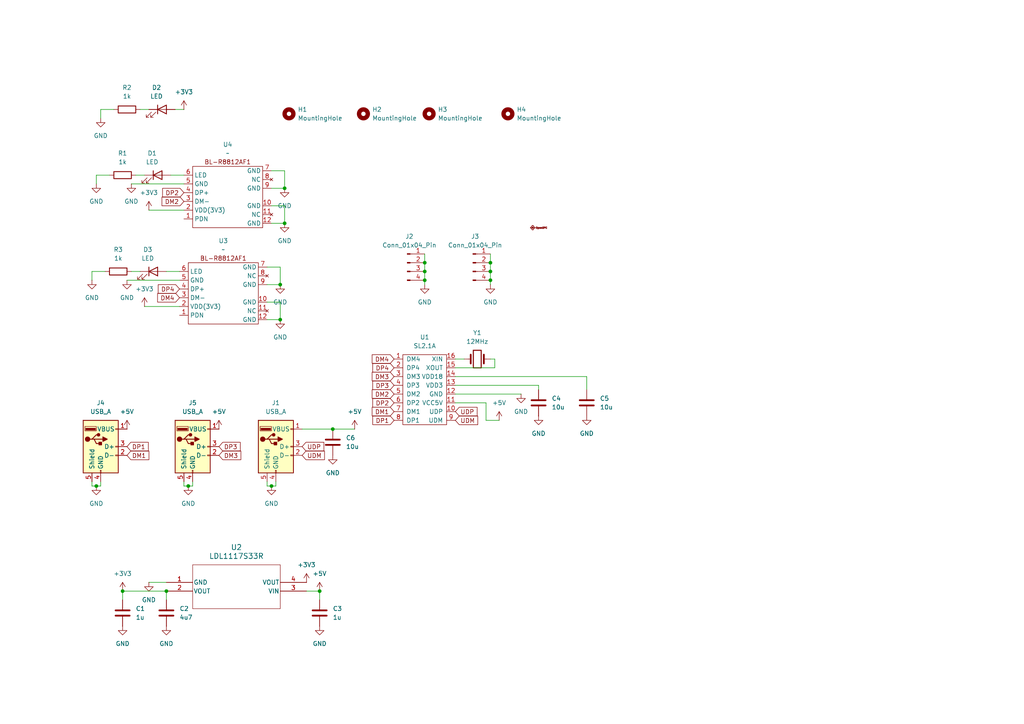
<source format=kicad_sch>
(kicad_sch
	(version 20231120)
	(generator "eeschema")
	(generator_version "8.0")
	(uuid "80d5957e-78b8-4ad2-af47-770233c6c050")
	(paper "A4")
	(lib_symbols
		(symbol "Connector:Conn_01x04_Pin"
			(pin_names
				(offset 1.016) hide)
			(exclude_from_sim no)
			(in_bom yes)
			(on_board yes)
			(property "Reference" "J"
				(at 0 5.08 0)
				(effects
					(font
						(size 1.27 1.27)
					)
				)
			)
			(property "Value" "Conn_01x04_Pin"
				(at 0 -7.62 0)
				(effects
					(font
						(size 1.27 1.27)
					)
				)
			)
			(property "Footprint" ""
				(at 0 0 0)
				(effects
					(font
						(size 1.27 1.27)
					)
					(hide yes)
				)
			)
			(property "Datasheet" "~"
				(at 0 0 0)
				(effects
					(font
						(size 1.27 1.27)
					)
					(hide yes)
				)
			)
			(property "Description" "Generic connector, single row, 01x04, script generated"
				(at 0 0 0)
				(effects
					(font
						(size 1.27 1.27)
					)
					(hide yes)
				)
			)
			(property "ki_locked" ""
				(at 0 0 0)
				(effects
					(font
						(size 1.27 1.27)
					)
				)
			)
			(property "ki_keywords" "connector"
				(at 0 0 0)
				(effects
					(font
						(size 1.27 1.27)
					)
					(hide yes)
				)
			)
			(property "ki_fp_filters" "Connector*:*_1x??_*"
				(at 0 0 0)
				(effects
					(font
						(size 1.27 1.27)
					)
					(hide yes)
				)
			)
			(symbol "Conn_01x04_Pin_1_1"
				(polyline
					(pts
						(xy 1.27 -5.08) (xy 0.8636 -5.08)
					)
					(stroke
						(width 0.1524)
						(type default)
					)
					(fill
						(type none)
					)
				)
				(polyline
					(pts
						(xy 1.27 -2.54) (xy 0.8636 -2.54)
					)
					(stroke
						(width 0.1524)
						(type default)
					)
					(fill
						(type none)
					)
				)
				(polyline
					(pts
						(xy 1.27 0) (xy 0.8636 0)
					)
					(stroke
						(width 0.1524)
						(type default)
					)
					(fill
						(type none)
					)
				)
				(polyline
					(pts
						(xy 1.27 2.54) (xy 0.8636 2.54)
					)
					(stroke
						(width 0.1524)
						(type default)
					)
					(fill
						(type none)
					)
				)
				(rectangle
					(start 0.8636 -4.953)
					(end 0 -5.207)
					(stroke
						(width 0.1524)
						(type default)
					)
					(fill
						(type outline)
					)
				)
				(rectangle
					(start 0.8636 -2.413)
					(end 0 -2.667)
					(stroke
						(width 0.1524)
						(type default)
					)
					(fill
						(type outline)
					)
				)
				(rectangle
					(start 0.8636 0.127)
					(end 0 -0.127)
					(stroke
						(width 0.1524)
						(type default)
					)
					(fill
						(type outline)
					)
				)
				(rectangle
					(start 0.8636 2.667)
					(end 0 2.413)
					(stroke
						(width 0.1524)
						(type default)
					)
					(fill
						(type outline)
					)
				)
				(pin passive line
					(at 5.08 2.54 180)
					(length 3.81)
					(name "Pin_1"
						(effects
							(font
								(size 1.27 1.27)
							)
						)
					)
					(number "1"
						(effects
							(font
								(size 1.27 1.27)
							)
						)
					)
				)
				(pin passive line
					(at 5.08 0 180)
					(length 3.81)
					(name "Pin_2"
						(effects
							(font
								(size 1.27 1.27)
							)
						)
					)
					(number "2"
						(effects
							(font
								(size 1.27 1.27)
							)
						)
					)
				)
				(pin passive line
					(at 5.08 -2.54 180)
					(length 3.81)
					(name "Pin_3"
						(effects
							(font
								(size 1.27 1.27)
							)
						)
					)
					(number "3"
						(effects
							(font
								(size 1.27 1.27)
							)
						)
					)
				)
				(pin passive line
					(at 5.08 -5.08 180)
					(length 3.81)
					(name "Pin_4"
						(effects
							(font
								(size 1.27 1.27)
							)
						)
					)
					(number "4"
						(effects
							(font
								(size 1.27 1.27)
							)
						)
					)
				)
			)
		)
		(symbol "Connector:USB_A"
			(pin_names
				(offset 1.016)
			)
			(exclude_from_sim no)
			(in_bom yes)
			(on_board yes)
			(property "Reference" "J"
				(at -5.08 11.43 0)
				(effects
					(font
						(size 1.27 1.27)
					)
					(justify left)
				)
			)
			(property "Value" "USB_A"
				(at -5.08 8.89 0)
				(effects
					(font
						(size 1.27 1.27)
					)
					(justify left)
				)
			)
			(property "Footprint" ""
				(at 3.81 -1.27 0)
				(effects
					(font
						(size 1.27 1.27)
					)
					(hide yes)
				)
			)
			(property "Datasheet" "~"
				(at 3.81 -1.27 0)
				(effects
					(font
						(size 1.27 1.27)
					)
					(hide yes)
				)
			)
			(property "Description" "USB Type A connector"
				(at 0 0 0)
				(effects
					(font
						(size 1.27 1.27)
					)
					(hide yes)
				)
			)
			(property "ki_keywords" "connector USB"
				(at 0 0 0)
				(effects
					(font
						(size 1.27 1.27)
					)
					(hide yes)
				)
			)
			(property "ki_fp_filters" "USB*"
				(at 0 0 0)
				(effects
					(font
						(size 1.27 1.27)
					)
					(hide yes)
				)
			)
			(symbol "USB_A_0_1"
				(rectangle
					(start -5.08 -7.62)
					(end 5.08 7.62)
					(stroke
						(width 0.254)
						(type default)
					)
					(fill
						(type background)
					)
				)
				(circle
					(center -3.81 2.159)
					(radius 0.635)
					(stroke
						(width 0.254)
						(type default)
					)
					(fill
						(type outline)
					)
				)
				(rectangle
					(start -1.524 4.826)
					(end -4.318 5.334)
					(stroke
						(width 0)
						(type default)
					)
					(fill
						(type outline)
					)
				)
				(rectangle
					(start -1.27 4.572)
					(end -4.572 5.842)
					(stroke
						(width 0)
						(type default)
					)
					(fill
						(type none)
					)
				)
				(circle
					(center -0.635 3.429)
					(radius 0.381)
					(stroke
						(width 0.254)
						(type default)
					)
					(fill
						(type outline)
					)
				)
				(rectangle
					(start -0.127 -7.62)
					(end 0.127 -6.858)
					(stroke
						(width 0)
						(type default)
					)
					(fill
						(type none)
					)
				)
				(polyline
					(pts
						(xy -3.175 2.159) (xy -2.54 2.159) (xy -1.27 3.429) (xy -0.635 3.429)
					)
					(stroke
						(width 0.254)
						(type default)
					)
					(fill
						(type none)
					)
				)
				(polyline
					(pts
						(xy -2.54 2.159) (xy -1.905 2.159) (xy -1.27 0.889) (xy 0 0.889)
					)
					(stroke
						(width 0.254)
						(type default)
					)
					(fill
						(type none)
					)
				)
				(polyline
					(pts
						(xy 0.635 2.794) (xy 0.635 1.524) (xy 1.905 2.159) (xy 0.635 2.794)
					)
					(stroke
						(width 0.254)
						(type default)
					)
					(fill
						(type outline)
					)
				)
				(rectangle
					(start 0.254 1.27)
					(end -0.508 0.508)
					(stroke
						(width 0.254)
						(type default)
					)
					(fill
						(type outline)
					)
				)
				(rectangle
					(start 5.08 -2.667)
					(end 4.318 -2.413)
					(stroke
						(width 0)
						(type default)
					)
					(fill
						(type none)
					)
				)
				(rectangle
					(start 5.08 -0.127)
					(end 4.318 0.127)
					(stroke
						(width 0)
						(type default)
					)
					(fill
						(type none)
					)
				)
				(rectangle
					(start 5.08 4.953)
					(end 4.318 5.207)
					(stroke
						(width 0)
						(type default)
					)
					(fill
						(type none)
					)
				)
			)
			(symbol "USB_A_1_1"
				(polyline
					(pts
						(xy -1.905 2.159) (xy 0.635 2.159)
					)
					(stroke
						(width 0.254)
						(type default)
					)
					(fill
						(type none)
					)
				)
				(pin power_in line
					(at 7.62 5.08 180)
					(length 2.54)
					(name "VBUS"
						(effects
							(font
								(size 1.27 1.27)
							)
						)
					)
					(number "1"
						(effects
							(font
								(size 1.27 1.27)
							)
						)
					)
				)
				(pin bidirectional line
					(at 7.62 -2.54 180)
					(length 2.54)
					(name "D-"
						(effects
							(font
								(size 1.27 1.27)
							)
						)
					)
					(number "2"
						(effects
							(font
								(size 1.27 1.27)
							)
						)
					)
				)
				(pin bidirectional line
					(at 7.62 0 180)
					(length 2.54)
					(name "D+"
						(effects
							(font
								(size 1.27 1.27)
							)
						)
					)
					(number "3"
						(effects
							(font
								(size 1.27 1.27)
							)
						)
					)
				)
				(pin power_in line
					(at 0 -10.16 90)
					(length 2.54)
					(name "GND"
						(effects
							(font
								(size 1.27 1.27)
							)
						)
					)
					(number "4"
						(effects
							(font
								(size 1.27 1.27)
							)
						)
					)
				)
				(pin passive line
					(at -2.54 -10.16 90)
					(length 2.54)
					(name "Shield"
						(effects
							(font
								(size 1.27 1.27)
							)
						)
					)
					(number "5"
						(effects
							(font
								(size 1.27 1.27)
							)
						)
					)
				)
			)
		)
		(symbol "Device:C"
			(pin_numbers hide)
			(pin_names
				(offset 0.254)
			)
			(exclude_from_sim no)
			(in_bom yes)
			(on_board yes)
			(property "Reference" "C"
				(at 0.635 2.54 0)
				(effects
					(font
						(size 1.27 1.27)
					)
					(justify left)
				)
			)
			(property "Value" "C"
				(at 0.635 -2.54 0)
				(effects
					(font
						(size 1.27 1.27)
					)
					(justify left)
				)
			)
			(property "Footprint" ""
				(at 0.9652 -3.81 0)
				(effects
					(font
						(size 1.27 1.27)
					)
					(hide yes)
				)
			)
			(property "Datasheet" "~"
				(at 0 0 0)
				(effects
					(font
						(size 1.27 1.27)
					)
					(hide yes)
				)
			)
			(property "Description" "Unpolarized capacitor"
				(at 0 0 0)
				(effects
					(font
						(size 1.27 1.27)
					)
					(hide yes)
				)
			)
			(property "ki_keywords" "cap capacitor"
				(at 0 0 0)
				(effects
					(font
						(size 1.27 1.27)
					)
					(hide yes)
				)
			)
			(property "ki_fp_filters" "C_*"
				(at 0 0 0)
				(effects
					(font
						(size 1.27 1.27)
					)
					(hide yes)
				)
			)
			(symbol "C_0_1"
				(polyline
					(pts
						(xy -2.032 -0.762) (xy 2.032 -0.762)
					)
					(stroke
						(width 0.508)
						(type default)
					)
					(fill
						(type none)
					)
				)
				(polyline
					(pts
						(xy -2.032 0.762) (xy 2.032 0.762)
					)
					(stroke
						(width 0.508)
						(type default)
					)
					(fill
						(type none)
					)
				)
			)
			(symbol "C_1_1"
				(pin passive line
					(at 0 3.81 270)
					(length 2.794)
					(name "~"
						(effects
							(font
								(size 1.27 1.27)
							)
						)
					)
					(number "1"
						(effects
							(font
								(size 1.27 1.27)
							)
						)
					)
				)
				(pin passive line
					(at 0 -3.81 90)
					(length 2.794)
					(name "~"
						(effects
							(font
								(size 1.27 1.27)
							)
						)
					)
					(number "2"
						(effects
							(font
								(size 1.27 1.27)
							)
						)
					)
				)
			)
		)
		(symbol "Device:Crystal"
			(pin_numbers hide)
			(pin_names
				(offset 1.016) hide)
			(exclude_from_sim no)
			(in_bom yes)
			(on_board yes)
			(property "Reference" "Y"
				(at 0 3.81 0)
				(effects
					(font
						(size 1.27 1.27)
					)
				)
			)
			(property "Value" "Crystal"
				(at 0 -3.81 0)
				(effects
					(font
						(size 1.27 1.27)
					)
				)
			)
			(property "Footprint" ""
				(at 0 0 0)
				(effects
					(font
						(size 1.27 1.27)
					)
					(hide yes)
				)
			)
			(property "Datasheet" "~"
				(at 0 0 0)
				(effects
					(font
						(size 1.27 1.27)
					)
					(hide yes)
				)
			)
			(property "Description" "Two pin crystal"
				(at 0 0 0)
				(effects
					(font
						(size 1.27 1.27)
					)
					(hide yes)
				)
			)
			(property "ki_keywords" "quartz ceramic resonator oscillator"
				(at 0 0 0)
				(effects
					(font
						(size 1.27 1.27)
					)
					(hide yes)
				)
			)
			(property "ki_fp_filters" "Crystal*"
				(at 0 0 0)
				(effects
					(font
						(size 1.27 1.27)
					)
					(hide yes)
				)
			)
			(symbol "Crystal_0_1"
				(rectangle
					(start -1.143 2.54)
					(end 1.143 -2.54)
					(stroke
						(width 0.3048)
						(type default)
					)
					(fill
						(type none)
					)
				)
				(polyline
					(pts
						(xy -2.54 0) (xy -1.905 0)
					)
					(stroke
						(width 0)
						(type default)
					)
					(fill
						(type none)
					)
				)
				(polyline
					(pts
						(xy -1.905 -1.27) (xy -1.905 1.27)
					)
					(stroke
						(width 0.508)
						(type default)
					)
					(fill
						(type none)
					)
				)
				(polyline
					(pts
						(xy 1.905 -1.27) (xy 1.905 1.27)
					)
					(stroke
						(width 0.508)
						(type default)
					)
					(fill
						(type none)
					)
				)
				(polyline
					(pts
						(xy 2.54 0) (xy 1.905 0)
					)
					(stroke
						(width 0)
						(type default)
					)
					(fill
						(type none)
					)
				)
			)
			(symbol "Crystal_1_1"
				(pin passive line
					(at -3.81 0 0)
					(length 1.27)
					(name "1"
						(effects
							(font
								(size 1.27 1.27)
							)
						)
					)
					(number "1"
						(effects
							(font
								(size 1.27 1.27)
							)
						)
					)
				)
				(pin passive line
					(at 3.81 0 180)
					(length 1.27)
					(name "2"
						(effects
							(font
								(size 1.27 1.27)
							)
						)
					)
					(number "2"
						(effects
							(font
								(size 1.27 1.27)
							)
						)
					)
				)
			)
		)
		(symbol "Device:LED"
			(pin_numbers hide)
			(pin_names
				(offset 1.016) hide)
			(exclude_from_sim no)
			(in_bom yes)
			(on_board yes)
			(property "Reference" "D"
				(at 0 2.54 0)
				(effects
					(font
						(size 1.27 1.27)
					)
				)
			)
			(property "Value" "LED"
				(at 0 -2.54 0)
				(effects
					(font
						(size 1.27 1.27)
					)
				)
			)
			(property "Footprint" ""
				(at 0 0 0)
				(effects
					(font
						(size 1.27 1.27)
					)
					(hide yes)
				)
			)
			(property "Datasheet" "~"
				(at 0 0 0)
				(effects
					(font
						(size 1.27 1.27)
					)
					(hide yes)
				)
			)
			(property "Description" "Light emitting diode"
				(at 0 0 0)
				(effects
					(font
						(size 1.27 1.27)
					)
					(hide yes)
				)
			)
			(property "ki_keywords" "LED diode"
				(at 0 0 0)
				(effects
					(font
						(size 1.27 1.27)
					)
					(hide yes)
				)
			)
			(property "ki_fp_filters" "LED* LED_SMD:* LED_THT:*"
				(at 0 0 0)
				(effects
					(font
						(size 1.27 1.27)
					)
					(hide yes)
				)
			)
			(symbol "LED_0_1"
				(polyline
					(pts
						(xy -1.27 -1.27) (xy -1.27 1.27)
					)
					(stroke
						(width 0.254)
						(type default)
					)
					(fill
						(type none)
					)
				)
				(polyline
					(pts
						(xy -1.27 0) (xy 1.27 0)
					)
					(stroke
						(width 0)
						(type default)
					)
					(fill
						(type none)
					)
				)
				(polyline
					(pts
						(xy 1.27 -1.27) (xy 1.27 1.27) (xy -1.27 0) (xy 1.27 -1.27)
					)
					(stroke
						(width 0.254)
						(type default)
					)
					(fill
						(type none)
					)
				)
				(polyline
					(pts
						(xy -3.048 -0.762) (xy -4.572 -2.286) (xy -3.81 -2.286) (xy -4.572 -2.286) (xy -4.572 -1.524)
					)
					(stroke
						(width 0)
						(type default)
					)
					(fill
						(type none)
					)
				)
				(polyline
					(pts
						(xy -1.778 -0.762) (xy -3.302 -2.286) (xy -2.54 -2.286) (xy -3.302 -2.286) (xy -3.302 -1.524)
					)
					(stroke
						(width 0)
						(type default)
					)
					(fill
						(type none)
					)
				)
			)
			(symbol "LED_1_1"
				(pin passive line
					(at -3.81 0 0)
					(length 2.54)
					(name "K"
						(effects
							(font
								(size 1.27 1.27)
							)
						)
					)
					(number "1"
						(effects
							(font
								(size 1.27 1.27)
							)
						)
					)
				)
				(pin passive line
					(at 3.81 0 180)
					(length 2.54)
					(name "A"
						(effects
							(font
								(size 1.27 1.27)
							)
						)
					)
					(number "2"
						(effects
							(font
								(size 1.27 1.27)
							)
						)
					)
				)
			)
		)
		(symbol "Device:R"
			(pin_numbers hide)
			(pin_names
				(offset 0)
			)
			(exclude_from_sim no)
			(in_bom yes)
			(on_board yes)
			(property "Reference" "R"
				(at 2.032 0 90)
				(effects
					(font
						(size 1.27 1.27)
					)
				)
			)
			(property "Value" "R"
				(at 0 0 90)
				(effects
					(font
						(size 1.27 1.27)
					)
				)
			)
			(property "Footprint" ""
				(at -1.778 0 90)
				(effects
					(font
						(size 1.27 1.27)
					)
					(hide yes)
				)
			)
			(property "Datasheet" "~"
				(at 0 0 0)
				(effects
					(font
						(size 1.27 1.27)
					)
					(hide yes)
				)
			)
			(property "Description" "Resistor"
				(at 0 0 0)
				(effects
					(font
						(size 1.27 1.27)
					)
					(hide yes)
				)
			)
			(property "ki_keywords" "R res resistor"
				(at 0 0 0)
				(effects
					(font
						(size 1.27 1.27)
					)
					(hide yes)
				)
			)
			(property "ki_fp_filters" "R_*"
				(at 0 0 0)
				(effects
					(font
						(size 1.27 1.27)
					)
					(hide yes)
				)
			)
			(symbol "R_0_1"
				(rectangle
					(start -1.016 -2.54)
					(end 1.016 2.54)
					(stroke
						(width 0.254)
						(type default)
					)
					(fill
						(type none)
					)
				)
			)
			(symbol "R_1_1"
				(pin passive line
					(at 0 3.81 270)
					(length 1.27)
					(name "~"
						(effects
							(font
								(size 1.27 1.27)
							)
						)
					)
					(number "1"
						(effects
							(font
								(size 1.27 1.27)
							)
						)
					)
				)
				(pin passive line
					(at 0 -3.81 90)
					(length 1.27)
					(name "~"
						(effects
							(font
								(size 1.27 1.27)
							)
						)
					)
					(number "2"
						(effects
							(font
								(size 1.27 1.27)
							)
						)
					)
				)
			)
		)
		(symbol "LDL1117S33R:LDL1117S33R"
			(pin_names
				(offset 0.254)
			)
			(exclude_from_sim no)
			(in_bom yes)
			(on_board yes)
			(property "Reference" "U"
				(at 20.32 10.16 0)
				(effects
					(font
						(size 1.524 1.524)
					)
				)
			)
			(property "Value" "LDL1117S33R"
				(at 20.32 7.62 0)
				(effects
					(font
						(size 1.524 1.524)
					)
				)
			)
			(property "Footprint" "SOT223_STM"
				(at 0 0 0)
				(effects
					(font
						(size 1.27 1.27)
						(italic yes)
					)
					(hide yes)
				)
			)
			(property "Datasheet" "LDL1117S33R"
				(at 0 0 0)
				(effects
					(font
						(size 1.27 1.27)
						(italic yes)
					)
					(hide yes)
				)
			)
			(property "Description" ""
				(at 0 0 0)
				(effects
					(font
						(size 1.27 1.27)
					)
					(hide yes)
				)
			)
			(property "ki_locked" ""
				(at 0 0 0)
				(effects
					(font
						(size 1.27 1.27)
					)
				)
			)
			(property "ki_keywords" "LDL1117S33R"
				(at 0 0 0)
				(effects
					(font
						(size 1.27 1.27)
					)
					(hide yes)
				)
			)
			(property "ki_fp_filters" "SOT223_STM SOT223_STM-M SOT223_STM-L"
				(at 0 0 0)
				(effects
					(font
						(size 1.27 1.27)
					)
					(hide yes)
				)
			)
			(symbol "LDL1117S33R_0_1"
				(polyline
					(pts
						(xy 7.62 -7.62) (xy 33.02 -7.62)
					)
					(stroke
						(width 0.127)
						(type default)
					)
					(fill
						(type none)
					)
				)
				(polyline
					(pts
						(xy 7.62 5.08) (xy 7.62 -7.62)
					)
					(stroke
						(width 0.127)
						(type default)
					)
					(fill
						(type none)
					)
				)
				(polyline
					(pts
						(xy 33.02 -7.62) (xy 33.02 5.08)
					)
					(stroke
						(width 0.127)
						(type default)
					)
					(fill
						(type none)
					)
				)
				(polyline
					(pts
						(xy 33.02 5.08) (xy 7.62 5.08)
					)
					(stroke
						(width 0.127)
						(type default)
					)
					(fill
						(type none)
					)
				)
				(pin power_out line
					(at 0 0 0)
					(length 7.62)
					(name "GND"
						(effects
							(font
								(size 1.27 1.27)
							)
						)
					)
					(number "1"
						(effects
							(font
								(size 1.27 1.27)
							)
						)
					)
				)
				(pin output line
					(at 0 -2.54 0)
					(length 7.62)
					(name "VOUT"
						(effects
							(font
								(size 1.27 1.27)
							)
						)
					)
					(number "2"
						(effects
							(font
								(size 1.27 1.27)
							)
						)
					)
				)
				(pin power_in line
					(at 40.64 -2.54 180)
					(length 7.62)
					(name "VIN"
						(effects
							(font
								(size 1.27 1.27)
							)
						)
					)
					(number "3"
						(effects
							(font
								(size 1.27 1.27)
							)
						)
					)
				)
				(pin output line
					(at 40.64 0 180)
					(length 7.62)
					(name "VOUT"
						(effects
							(font
								(size 1.27 1.27)
							)
						)
					)
					(number "4"
						(effects
							(font
								(size 1.27 1.27)
							)
						)
					)
				)
			)
		)
		(symbol "Mechanical:MountingHole"
			(pin_names
				(offset 1.016)
			)
			(exclude_from_sim yes)
			(in_bom no)
			(on_board yes)
			(property "Reference" "H"
				(at 0 5.08 0)
				(effects
					(font
						(size 1.27 1.27)
					)
				)
			)
			(property "Value" "MountingHole"
				(at 0 3.175 0)
				(effects
					(font
						(size 1.27 1.27)
					)
				)
			)
			(property "Footprint" ""
				(at 0 0 0)
				(effects
					(font
						(size 1.27 1.27)
					)
					(hide yes)
				)
			)
			(property "Datasheet" "~"
				(at 0 0 0)
				(effects
					(font
						(size 1.27 1.27)
					)
					(hide yes)
				)
			)
			(property "Description" "Mounting Hole without connection"
				(at 0 0 0)
				(effects
					(font
						(size 1.27 1.27)
					)
					(hide yes)
				)
			)
			(property "ki_keywords" "mounting hole"
				(at 0 0 0)
				(effects
					(font
						(size 1.27 1.27)
					)
					(hide yes)
				)
			)
			(property "ki_fp_filters" "MountingHole*"
				(at 0 0 0)
				(effects
					(font
						(size 1.27 1.27)
					)
					(hide yes)
				)
			)
			(symbol "MountingHole_0_1"
				(circle
					(center 0 0)
					(radius 1.27)
					(stroke
						(width 1.27)
						(type default)
					)
					(fill
						(type none)
					)
				)
			)
		)
		(symbol "OpenIPC logo 5mm:LOGO"
			(pin_names
				(offset 1.016)
			)
			(exclude_from_sim no)
			(in_bom yes)
			(on_board yes)
			(property "Reference" "#G"
				(at 0 0.0875 0)
				(effects
					(font
						(size 1.27 1.27)
					)
					(hide yes)
				)
			)
			(property "Value" "LOGO"
				(at 0 -0.0875 0)
				(effects
					(font
						(size 1.27 1.27)
					)
					(hide yes)
				)
			)
			(property "Footprint" ""
				(at 0 0 0)
				(effects
					(font
						(size 1.27 1.27)
					)
					(hide yes)
				)
			)
			(property "Datasheet" ""
				(at 0 0 0)
				(effects
					(font
						(size 1.27 1.27)
					)
					(hide yes)
				)
			)
			(property "Description" ""
				(at 0 0 0)
				(effects
					(font
						(size 1.27 1.27)
					)
					(hide yes)
				)
			)
			(symbol "LOGO_0_0"
				(polyline
					(pts
						(xy -1.6129 -0.2251) (xy -1.5499 -0.188) (xy -1.5025 -0.1348) (xy -1.4745 -0.0743) (xy -1.4631 -0.0025)
						(xy -1.4729 0.0655) (xy -1.5007 0.1266) (xy -1.5433 0.1779) (xy -1.5972 0.2166) (xy -1.6593 0.2396)
						(xy -1.7263 0.244) (xy -1.7949 0.227) (xy -1.8617 0.1856) (xy -1.8997 0.147) (xy -1.9364 0.0796)
						(xy -1.9485 0) (xy -1.9442 -0.0481) (xy -1.9172 -0.122) (xy -1.8662 -0.1827) (xy -1.7923 -0.2287)
						(xy -1.7544 -0.2409) (xy -1.6836 -0.2435) (xy -1.6129 -0.2251)
					)
					(stroke
						(width 0.01)
						(type default)
					)
					(fill
						(type outline)
					)
				)
				(polyline
					(pts
						(xy -1.6274 -0.6721) (xy -1.5329 -0.6404) (xy -1.4469 -0.5867) (xy -1.4369 -0.5776) (xy -1.424 -0.5508)
						(xy -1.4349 -0.52) (xy -1.4703 -0.4817) (xy -1.4847 -0.4698) (xy -1.5003 -0.4653) (xy -1.521 -0.4742)
						(xy -1.5554 -0.4981) (xy -1.5596 -0.501) (xy -1.6359 -0.5396) (xy -1.7145 -0.5507) (xy -1.7933 -0.5346)
						(xy -1.8701 -0.4912) (xy -1.8782 -0.4851) (xy -1.9061 -0.4662) (xy -1.9215 -0.4585) (xy -1.9252 -0.4604)
						(xy -1.9428 -0.4776) (xy -1.967 -0.5071) (xy -2.004 -0.5557) (xy -1.9712 -0.5843) (xy -1.9554 -0.5964)
						(xy -1.9149 -0.622) (xy -1.8688 -0.6467) (xy -1.8184 -0.6663) (xy -1.7244 -0.681) (xy -1.6274 -0.6721)
					)
					(stroke
						(width 0.01)
						(type default)
					)
					(fill
						(type outline)
					)
				)
				(polyline
					(pts
						(xy -1.4578 0.4943) (xy -1.4497 0.5025) (xy -1.4265 0.5303) (xy -1.4172 0.5496) (xy -1.4207 0.5583)
						(xy -1.4429 0.5811) (xy -1.4801 0.6087) (xy -1.5257 0.6363) (xy -1.5731 0.6594) (xy -1.5843 0.6637)
						(xy -1.6629 0.6799) (xy -1.749 0.678) (xy -1.8343 0.6597) (xy -1.9108 0.6266) (xy -1.9702 0.5804)
						(xy -2.0022 0.5456) (xy -1.9655 0.5021) (xy -1.957 0.4922) (xy -1.9345 0.4681) (xy -1.9224 0.4585)
						(xy -1.9185 0.46) (xy -1.8969 0.4725) (xy -1.8646 0.4936) (xy -1.8614 0.4958) (xy -1.7806 0.5357)
						(xy -1.7001 0.5481) (xy -1.621 0.533) (xy -1.5447 0.4905) (xy -1.4984 0.4555) (xy -1.4578 0.4943)
					)
					(stroke
						(width 0.01)
						(type default)
					)
					(fill
						(type outline)
					)
				)
				(polyline
					(pts
						(xy 0.8198 -0.1348) (xy 0.8199 -0.1142) (xy 0.8219 -0.0467) (xy 0.8278 -0.0016) (xy 0.8392 0.0253)
						(xy 0.8576 0.0383) (xy 0.8847 0.0417) (xy 0.9057 0.038) (xy 0.9246 0.0211) (xy 0.9366 -0.0126)
						(xy 0.943 -0.0668) (xy 0.9449 -0.145) (xy 0.9449 -0.2779) (xy 1.0074 -0.2779) (xy 1.07 -0.2779)
						(xy 1.07 -0.1271) (xy 1.0699 -0.1194) (xy 1.0677 -0.0311) (xy 1.0606 0.034) (xy 1.0477 0.0803)
						(xy 1.0277 0.1117) (xy 0.9997 0.1324) (xy 0.9617 0.1475) (xy 0.9069 0.1492) (xy 0.8565 0.1241)
						(xy 0.8378 0.1103) (xy 0.8234 0.1051) (xy 0.8198 0.1171) (xy 0.8167 0.1276) (xy 0.798 0.1364)
						(xy 0.7573 0.139) (xy 0.6948 0.139) (xy 0.6948 -0.0695) (xy 0.6948 -0.2779) (xy 0.7573 -0.2779)
						(xy 0.8198 -0.2779) (xy 0.8198 -0.1348)
					)
					(stroke
						(width 0.01)
						(type default)
					)
					(fill
						(type outline)
					)
				)
				(polyline
					(pts
						(xy 1.4312 -0.2293) (xy 1.4296 -0.2006) (xy 1.42 -0.1843) (xy 1.3965 -0.1806) (xy 1.3618 -0.1806)
						(xy 1.3618 -0.0079) (xy 1.3619 0.0612) (xy 1.363 0.1108) (xy 1.3659 0.1417) (xy 1.3712 0.1587)
						(xy 1.38 0.1663) (xy 1.393 0.1693) (xy 1.4074 0.1729) (xy 1.4209 0.1882) (xy 1.4243 0.2223) (xy 1.4243 0.271)
						(xy 1.2879 0.275) (xy 1.1516 0.2789) (xy 1.1559 0.2263) (xy 1.1591 0.2015) (xy 1.1698 0.178) (xy 1.1915 0.1693)
						(xy 1.204 0.1665) (xy 1.213 0.1592) (xy 1.2185 0.1428) (xy 1.2214 0.1126) (xy 1.2226 0.0639) (xy 1.2228 -0.0079)
						(xy 1.2228 -0.1806) (xy 1.1881 -0.1806) (xy 1.1676 -0.1829) (xy 1.1559 -0.1964) (xy 1.1533 -0.2293)
						(xy 1.1533 -0.2779) (xy 1.2923 -0.2779) (xy 1.4312 -0.2779) (xy 1.4312 -0.2293)
					)
					(stroke
						(width 0.01)
						(type default)
					)
					(fill
						(type outline)
					)
				)
				(polyline
					(pts
						(xy 1.6535 -0.1806) (xy 1.6535 -0.0834) (xy 1.7446 -0.0834) (xy 1.7776 -0.0823) (xy 1.8354 -0.075)
						(xy 1.8763 -0.0623) (xy 1.8969 -0.0491) (xy 1.9353 -0.0036) (xy 1.9557 0.0557) (xy 1.9566 0.1222)
						(xy 1.9365 0.1896) (xy 1.929 0.2042) (xy 1.906 0.2352) (xy 1.8746 0.2564) (xy 1.83 0.2695) (xy 1.7674 0.2761)
						(xy 1.682 0.2779) (xy 1.5285 0.2779) (xy 1.5285 0.0973) (xy 1.6535 0.0973) (xy 1.6535 0.1668)
						(xy 1.7149 0.1668) (xy 1.7219 0.1667) (xy 1.7732 0.1639) (xy 1.8031 0.1539) (xy 1.8169 0.1328)
						(xy 1.8203 0.0973) (xy 1.8154 0.0575) (xy 1.7983 0.0362) (xy 1.7914 0.0343) (xy 1.7579 0.0296)
						(xy 1.7149 0.0278) (xy 1.6535 0.0278) (xy 1.6535 0.0973) (xy 1.5285 0.0973) (xy 1.5285 0) (xy 1.5285 -0.2779)
						(xy 1.591 -0.2779) (xy 1.6535 -0.2779) (xy 1.6535 -0.1806)
					)
					(stroke
						(width 0.01)
						(type default)
					)
					(fill
						(type outline)
					)
				)
				(polyline
					(pts
						(xy -1.9938 -0.3839) (xy -1.9741 -0.3665) (xy -1.9493 -0.3376) (xy -1.9161 -0.2947) (xy -2.0838 -0.1515)
						(xy -2.1197 -0.1205) (xy -2.1715 -0.0746) (xy -2.2124 -0.0367) (xy -2.2389 -0.0102) (xy -2.2477 0.0018)
						(xy -2.2438 0.0065) (xy -2.2224 0.0272) (xy -2.1855 0.0606) (xy -2.137 0.1035) (xy -2.0805 0.1525)
						(xy -1.9171 0.2932) (xy -1.9537 0.3411) (xy -1.9636 0.3536) (xy -1.987 0.379) (xy -2.0019 0.3891)
						(xy -2.0022 0.389) (xy -2.0172 0.3793) (xy -2.0488 0.3546) (xy -2.0931 0.3182) (xy -2.1464 0.2733)
						(xy -2.2048 0.2233) (xy -2.2647 0.1714) (xy -2.3222 0.1209) (xy -2.3735 0.0751) (xy -2.4148 0.0373)
						(xy -2.4424 0.0107) (xy -2.4524 -0.0013) (xy -2.4515 -0.0031) (xy -2.4357 -0.0197) (xy -2.4027 -0.0507)
						(xy -2.3556 -0.0931) (xy -2.2976 -0.1442) (xy -2.2318 -0.2011) (xy -2.2115 -0.2184) (xy -2.1467 -0.2728)
						(xy -2.0895 -0.3193) (xy -2.0432 -0.3553) (xy -2.0112 -0.3782) (xy -1.9968 -0.3854) (xy -1.9938 -0.3839)
					)
					(stroke
						(width 0.01)
						(type default)
					)
					(fill
						(type outline)
					)
				)
				(polyline
					(pts
						(xy -1.398 -0.3786) (xy -1.3658 -0.3536) (xy -1.3208 -0.3171) (xy -1.267 -0.2723) (xy -1.2079 -0.2225)
						(xy -1.1476 -0.1709) (xy -1.0897 -0.1208) (xy -1.0381 -0.0754) (xy -0.9965 -0.038) (xy -0.9688 -0.0117)
						(xy -0.9587 0.0001) (xy -0.9589 0.0006) (xy -0.9714 0.014) (xy -1.0011 0.0416) (xy -1.0441 0.08)
						(xy -1.0966 0.126) (xy -1.1549 0.1763) (xy -1.2152 0.2278) (xy -1.2736 0.2773) (xy -1.3264 0.3213)
						(xy -1.3699 0.3568) (xy -1.4001 0.3805) (xy -1.4134 0.3891) (xy -1.4176 0.3874) (xy -1.4366 0.3707)
						(xy -1.4619 0.3418) (xy -1.4996 0.2946) (xy -1.3333 0.1518) (xy -1.2986 0.1218) (xy -1.2465 0.0757)
						(xy -1.2048 0.0378) (xy -1.1771 0.0111) (xy -1.1671 -0.0008) (xy -1.1708 -0.006) (xy -1.1918 -0.0269)
						(xy -1.2283 -0.0606) (xy -1.2768 -0.1035) (xy -1.3336 -0.1526) (xy -1.5 -0.2945) (xy -1.4639 -0.3418)
						(xy -1.4546 -0.3535) (xy -1.4304 -0.3789) (xy -1.4142 -0.389) (xy -1.4137 -0.389) (xy -1.398 -0.3786)
					)
					(stroke
						(width 0.01)
						(type default)
					)
					(fill
						(type outline)
					)
				)
				(polyline
					(pts
						(xy -0.4931 -0.2861) (xy -0.4163 -0.2605) (xy -0.3643 -0.225) (xy -0.3231 -0.1703) (xy -0.2994 -0.0973)
						(xy -0.2918 -0.0035) (xy -0.2951 0.0683) (xy -0.3089 0.1335) (xy -0.3359 0.1855) (xy -0.3789 0.2316)
						(xy -0.4087 0.2535) (xy -0.4761 0.2809) (xy -0.5477 0.2859) (xy -0.6178 0.2705) (xy -0.6808 0.2361)
						(xy -0.7309 0.1845) (xy -0.7627 0.1175) (xy -0.7714 0.0798) (xy -0.7768 0.0086) (xy -0.6389 0.0086)
						(xy -0.6346 0.0689) (xy -0.6162 0.1238) (xy -0.5828 0.1562) (xy -0.5339 0.1668) (xy -0.5151 0.1656)
						(xy -0.4706 0.148) (xy -0.4408 0.1084) (xy -0.4242 0.0451) (xy -0.424 0.0431) (xy -0.4219 -0.0147)
						(xy -0.4287 -0.0721) (xy -0.4427 -0.1201) (xy -0.4621 -0.1495) (xy -0.4732 -0.1573) (xy -0.5226 -0.1722)
						(xy -0.5781 -0.1606) (xy -0.5904 -0.1546) (xy -0.6146 -0.1352) (xy -0.6294 -0.1053) (xy -0.6368 -0.0593)
						(xy -0.6389 0.0086) (xy -0.7768 0.0086) (xy -0.7783 -0.0111) (xy -0.7663 -0.0967) (xy -0.7369 -0.1719)
						(xy -0.6919 -0.2321) (xy -0.6329 -0.2722) (xy -0.5714 -0.2886) (xy -0.4931 -0.2861)
					)
					(stroke
						(width 0.01)
						(type default)
					)
					(fill
						(type outline)
					)
				)
				(polyline
					(pts
						(xy 2.3156 -0.282) (xy 2.3816 -0.255) (xy 2.432 -0.2117) (xy 2.4441 -0.1955) (xy 2.4572 -0.1657)
						(xy 2.4469 -0.1429) (xy 2.4117 -0.1195) (xy 2.3639 -0.0938) (xy 2.3305 -0.1326) (xy 2.3153 -0.1474)
						(xy 2.2697 -0.1696) (xy 2.2212 -0.1676) (xy 2.1773 -0.1408) (xy 2.1756 -0.1391) (xy 2.1606 -0.1196)
						(xy 2.1519 -0.0946) (xy 2.1478 -0.0567) (xy 2.1468 0.0017) (xy 2.1469 0.0239) (xy 2.1484 0.0731)
						(xy 2.1533 0.1041) (xy 2.1631 0.1241) (xy 2.1796 0.1402) (xy 2.1977 0.1523) (xy 2.2464 0.1665)
						(xy 2.2943 0.1595) (xy 2.3322 0.1317) (xy 2.3412 0.1204) (xy 2.3579 0.1055) (xy 2.3769 0.106)
						(xy 2.4096 0.1203) (xy 2.439 0.1366) (xy 2.4562 0.1575) (xy 2.4497 0.1833) (xy 2.4203 0.2197)
						(xy 2.4024 0.2363) (xy 2.3406 0.2709) (xy 2.2685 0.286) (xy 2.1941 0.2809) (xy 2.1253 0.2545)
						(xy 2.1068 0.2419) (xy 2.0599 0.1905) (xy 2.0282 0.1244) (xy 2.0115 0.049) (xy 2.0095 -0.0301)
						(xy 2.0221 -0.1073) (xy 2.0491 -0.177) (xy 2.0901 -0.2337) (xy 2.1451 -0.2718) (xy 2.1696 -0.2807)
						(xy 2.2422 -0.2912) (xy 2.3156 -0.282)
					)
					(stroke
						(width 0.01)
						(type default)
					)
					(fill
						(type outline)
					)
				)
				(polyline
					(pts
						(xy 0.4929 -0.2869) (xy 0.5561 -0.2658) (xy 0.5732 -0.2559) (xy 0.6016 -0.2303) (xy 0.6045 -0.2027)
						(xy 0.5831 -0.1683) (xy 0.5631 -0.1469) (xy 0.5481 -0.1443) (xy 0.5276 -0.1602) (xy 0.4978 -0.1776)
						(xy 0.4567 -0.1842) (xy 0.417 -0.1775) (xy 0.3871 -0.1592) (xy 0.3752 -0.1308) (xy 0.379 -0.1237)
						(xy 0.399 -0.1162) (xy 0.4393 -0.1113) (xy 0.5037 -0.1082) (xy 0.6323 -0.1042) (xy 0.6284 -0.0436)
						(xy 0.6139 0.0323) (xy 0.5799 0.0912) (xy 0.5269 0.1299) (xy 0.4549 0.1484) (xy 0.3903 0.144)
						(xy 0.3248 0.1154) (xy 0.272 0.065) (xy 0.2706 0.0631) (xy 0.2541 0.0317) (xy 0.2456 -0.0088)
						(xy 0.2453 -0.0158) (xy 0.3777 -0.0158) (xy 0.3777 0.0032) (xy 0.3882 0.026) (xy 0.4217 0.048)
						(xy 0.4364 0.0526) (xy 0.4617 0.053) (xy 0.4808 0.0353) (xy 0.4926 0.0154) (xy 0.5003 -0.0096)
						(xy 0.4995 -0.0134) (xy 0.481 -0.0242) (xy 0.4368 -0.0278) (xy 0.4198 -0.0276) (xy 0.3895 -0.0249)
						(xy 0.3777 -0.0158) (xy 0.2453 -0.0158) (xy 0.2432 -0.0676) (xy 0.2457 -0.1211) (xy 0.26 -0.1815)
						(xy 0.2896 -0.2271) (xy 0.3378 -0.2646) (xy 0.3592 -0.2753) (xy 0.4234 -0.29) (xy 0.4929 -0.2869)
					)
					(stroke
						(width 0.01)
						(type default)
					)
					(fill
						(type outline)
					)
				)
				(polyline
					(pts
						(xy -0.1493 -0.442) (xy -0.0903 -0.4377) (xy -0.0862 -0.3436) (xy -0.0849 -0.3162) (xy -0.0821 -0.2786)
						(xy -0.0772 -0.2616) (xy -0.0678 -0.2605) (xy -0.0518 -0.2706) (xy -0.0263 -0.2838) (xy 0.0271 -0.291)
						(xy 0.0814 -0.2778) (xy 0.1287 -0.2469) (xy 0.1609 -0.201) (xy 0.1655 -0.1883) (xy 0.1769 -0.1294)
						(xy 0.1799 -0.0597) (xy 0.1746 0.0082) (xy 0.1609 0.0621) (xy 0.1599 0.0646) (xy 0.1273 0.1087)
						(xy 0.0797 0.1406) (xy 0.0278 0.1529) (xy -0.0045 0.1467) (xy -0.0423 0.1317) (xy -0.044 0.1308)
						(xy -0.0729 0.12) (xy -0.0833 0.1255) (xy -0.0851 0.1294) (xy -0.1067 0.1361) (xy -0.1493 0.1362)
						(xy -0.1714 0.1342) (xy -0.2015 0.1284) (xy -0.2119 0.1216) (xy -0.2117 0.1205) (xy -0.2106 0.0995)
						(xy -0.2097 0.0558) (xy -0.209 -0.0062) (xy -0.2086 -0.0686) (xy -0.0833 -0.0686) (xy -0.0832 -0.0514)
						(xy -0.0807 -0.0046) (xy -0.0738 0.0217) (xy -0.0613 0.0333) (xy -0.053 0.0361) (xy -0.0047 0.0399)
						(xy 0.0338 0.0199) (xy 0.0383 0.0142) (xy 0.0506 -0.0204) (xy 0.0555 -0.0674) (xy 0.0525 -0.1157)
						(xy 0.0412 -0.1537) (xy 0.0242 -0.1687) (xy -0.0104 -0.1799) (xy -0.0476 -0.1814) (xy -0.0741 -0.1714)
						(xy -0.0787 -0.1543) (xy -0.082 -0.1173) (xy -0.0833 -0.0686) (xy -0.2086 -0.0686) (xy -0.2085 -0.0821)
						(xy -0.2084 -0.1675) (xy -0.2084 -0.4462) (xy -0.1493 -0.442)
					)
					(stroke
						(width 0.01)
						(type default)
					)
					(fill
						(type outline)
					)
				)
			)
		)
		(symbol "Własne części:BL-R8812AF1"
			(exclude_from_sim no)
			(in_bom yes)
			(on_board yes)
			(property "Reference" "U"
				(at 0 11.938 0)
				(effects
					(font
						(size 1.27 1.27)
					)
				)
			)
			(property "Value" ""
				(at 0 0 0)
				(effects
					(font
						(size 1.27 1.27)
					)
				)
			)
			(property "Footprint" ""
				(at 0 0 0)
				(effects
					(font
						(size 1.27 1.27)
					)
					(hide yes)
				)
			)
			(property "Datasheet" ""
				(at 0 0 0)
				(effects
					(font
						(size 1.27 1.27)
					)
					(hide yes)
				)
			)
			(property "Description" ""
				(at 0 0 0)
				(effects
					(font
						(size 1.27 1.27)
					)
					(hide yes)
				)
			)
			(symbol "BL-R8812AF1_0_1"
				(rectangle
					(start -10.16 8.89)
					(end 10.16 -8.89)
					(stroke
						(width 0)
						(type default)
					)
					(fill
						(type none)
					)
				)
			)
			(symbol "BL-R8812AF1_1_1"
				(text "BL-R8812AF1"
					(at 0 10.16 0)
					(effects
						(font
							(size 1.27 1.27)
						)
					)
				)
				(pin input line
					(at -12.7 -6.35 0)
					(length 2.54)
					(name "PDN"
						(effects
							(font
								(size 1.27 1.27)
							)
						)
					)
					(number "1"
						(effects
							(font
								(size 1.27 1.27)
							)
						)
					)
				)
				(pin power_in line
					(at 12.7 -2.54 180)
					(length 2.54)
					(name "GND"
						(effects
							(font
								(size 1.27 1.27)
							)
						)
					)
					(number "10"
						(effects
							(font
								(size 1.27 1.27)
							)
						)
					)
				)
				(pin no_connect line
					(at 12.7 -5.08 180)
					(length 2.54)
					(name "NC"
						(effects
							(font
								(size 1.27 1.27)
							)
						)
					)
					(number "11"
						(effects
							(font
								(size 1.27 1.27)
							)
						)
					)
				)
				(pin power_in line
					(at 12.7 -7.62 180)
					(length 2.54)
					(name "GND"
						(effects
							(font
								(size 1.27 1.27)
							)
						)
					)
					(number "12"
						(effects
							(font
								(size 1.27 1.27)
							)
						)
					)
				)
				(pin input line
					(at -12.7 -3.81 0)
					(length 2.54)
					(name "VDD(3V3)"
						(effects
							(font
								(size 1.27 1.27)
							)
						)
					)
					(number "2"
						(effects
							(font
								(size 1.27 1.27)
							)
						)
					)
				)
				(pin bidirectional line
					(at -12.7 -1.27 0)
					(length 2.54)
					(name "DM-"
						(effects
							(font
								(size 1.27 1.27)
							)
						)
					)
					(number "3"
						(effects
							(font
								(size 1.27 1.27)
							)
						)
					)
				)
				(pin bidirectional line
					(at -12.7 1.27 0)
					(length 2.54)
					(name "DP+"
						(effects
							(font
								(size 1.27 1.27)
							)
						)
					)
					(number "4"
						(effects
							(font
								(size 1.27 1.27)
							)
						)
					)
				)
				(pin power_in line
					(at -12.7 3.81 0)
					(length 2.54)
					(name "GND"
						(effects
							(font
								(size 1.27 1.27)
							)
						)
					)
					(number "5"
						(effects
							(font
								(size 1.27 1.27)
							)
						)
					)
				)
				(pin output line
					(at -12.7 6.35 0)
					(length 2.54)
					(name "LED"
						(effects
							(font
								(size 1.27 1.27)
							)
						)
					)
					(number "6"
						(effects
							(font
								(size 1.27 1.27)
							)
						)
					)
				)
				(pin power_in line
					(at 12.7 7.62 180)
					(length 2.54)
					(name "GND"
						(effects
							(font
								(size 1.27 1.27)
							)
						)
					)
					(number "7"
						(effects
							(font
								(size 1.27 1.27)
							)
						)
					)
				)
				(pin no_connect line
					(at 12.7 5.08 180)
					(length 2.54)
					(name "NC"
						(effects
							(font
								(size 1.27 1.27)
							)
						)
					)
					(number "8"
						(effects
							(font
								(size 1.27 1.27)
							)
						)
					)
				)
				(pin power_in line
					(at 12.7 2.54 180)
					(length 2.54)
					(name "GND"
						(effects
							(font
								(size 1.27 1.27)
							)
						)
					)
					(number "9"
						(effects
							(font
								(size 1.27 1.27)
							)
						)
					)
				)
			)
		)
		(symbol "Własne części:SL2.1A"
			(pin_names
				(offset 1.016)
			)
			(exclude_from_sim no)
			(in_bom yes)
			(on_board yes)
			(property "Reference" "U1"
				(at 1.27 25.4 0)
				(effects
					(font
						(size 1.27 1.27)
					)
				)
			)
			(property "Value" "SL2.1A"
				(at 1.27 22.86 0)
				(effects
					(font
						(size 1.27 1.27)
					)
				)
			)
			(property "Footprint" "Package_SO:SOIC-16_4.55x10.3mm_P1.27mm"
				(at 0 -1.27 0)
				(effects
					(font
						(size 1.27 1.27)
					)
					(hide yes)
				)
			)
			(property "Datasheet" ""
				(at 0 -1.27 0)
				(effects
					(font
						(size 1.27 1.27)
					)
					(hide yes)
				)
			)
			(property "Description" ""
				(at 0 0 0)
				(effects
					(font
						(size 1.27 1.27)
					)
					(hide yes)
				)
			)
			(symbol "SL2.1A_0_1"
				(rectangle
					(start -5.08 20.32)
					(end 7.62 0)
					(stroke
						(width 0)
						(type solid)
					)
					(fill
						(type none)
					)
				)
			)
			(symbol "SL2.1A_1_1"
				(pin output line
					(at -7.62 19.05 0)
					(length 2.54)
					(name "DM4"
						(effects
							(font
								(size 1.27 1.27)
							)
						)
					)
					(number "1"
						(effects
							(font
								(size 1.27 1.27)
							)
						)
					)
				)
				(pin input line
					(at 10.16 3.81 180)
					(length 2.54)
					(name "UDP"
						(effects
							(font
								(size 1.27 1.27)
							)
						)
					)
					(number "10"
						(effects
							(font
								(size 1.27 1.27)
							)
						)
					)
				)
				(pin power_in line
					(at 10.16 6.35 180)
					(length 2.54)
					(name "VCC5V"
						(effects
							(font
								(size 1.27 1.27)
							)
						)
					)
					(number "11"
						(effects
							(font
								(size 1.27 1.27)
							)
						)
					)
				)
				(pin power_in line
					(at 10.16 8.89 180)
					(length 2.54)
					(name "GND"
						(effects
							(font
								(size 1.27 1.27)
							)
						)
					)
					(number "12"
						(effects
							(font
								(size 1.27 1.27)
							)
						)
					)
				)
				(pin power_out line
					(at 10.16 11.43 180)
					(length 2.54)
					(name "VDD3"
						(effects
							(font
								(size 1.27 1.27)
							)
						)
					)
					(number "13"
						(effects
							(font
								(size 1.27 1.27)
							)
						)
					)
				)
				(pin power_out line
					(at 10.16 13.97 180)
					(length 2.54)
					(name "VDD18"
						(effects
							(font
								(size 1.27 1.27)
							)
						)
					)
					(number "14"
						(effects
							(font
								(size 1.27 1.27)
							)
						)
					)
				)
				(pin power_in line
					(at 10.16 16.51 180)
					(length 2.54)
					(name "XOUT"
						(effects
							(font
								(size 1.27 1.27)
							)
						)
					)
					(number "15"
						(effects
							(font
								(size 1.27 1.27)
							)
						)
					)
				)
				(pin power_in line
					(at 10.16 19.05 180)
					(length 2.54)
					(name "XIN"
						(effects
							(font
								(size 1.27 1.27)
							)
						)
					)
					(number "16"
						(effects
							(font
								(size 1.27 1.27)
							)
						)
					)
				)
				(pin output line
					(at -7.62 16.51 0)
					(length 2.54)
					(name "DP4"
						(effects
							(font
								(size 1.27 1.27)
							)
						)
					)
					(number "2"
						(effects
							(font
								(size 1.27 1.27)
							)
						)
					)
				)
				(pin output line
					(at -7.62 13.97 0)
					(length 2.54)
					(name "DM3"
						(effects
							(font
								(size 1.27 1.27)
							)
						)
					)
					(number "3"
						(effects
							(font
								(size 1.27 1.27)
							)
						)
					)
				)
				(pin output line
					(at -7.62 11.43 0)
					(length 2.54)
					(name "DP3"
						(effects
							(font
								(size 1.27 1.27)
							)
						)
					)
					(number "4"
						(effects
							(font
								(size 1.27 1.27)
							)
						)
					)
				)
				(pin output line
					(at -7.62 8.89 0)
					(length 2.54)
					(name "DM2"
						(effects
							(font
								(size 1.27 1.27)
							)
						)
					)
					(number "5"
						(effects
							(font
								(size 1.27 1.27)
							)
						)
					)
				)
				(pin output line
					(at -7.62 6.35 0)
					(length 2.54)
					(name "DP2"
						(effects
							(font
								(size 1.27 1.27)
							)
						)
					)
					(number "6"
						(effects
							(font
								(size 1.27 1.27)
							)
						)
					)
				)
				(pin output line
					(at -7.62 3.81 0)
					(length 2.54)
					(name "DM1"
						(effects
							(font
								(size 1.27 1.27)
							)
						)
					)
					(number "7"
						(effects
							(font
								(size 1.27 1.27)
							)
						)
					)
				)
				(pin output line
					(at -7.62 1.27 0)
					(length 2.54)
					(name "DP1"
						(effects
							(font
								(size 1.27 1.27)
							)
						)
					)
					(number "8"
						(effects
							(font
								(size 1.27 1.27)
							)
						)
					)
				)
				(pin input line
					(at 10.16 1.27 180)
					(length 2.54)
					(name "UDM"
						(effects
							(font
								(size 1.27 1.27)
							)
						)
					)
					(number "9"
						(effects
							(font
								(size 1.27 1.27)
							)
						)
					)
				)
			)
		)
		(symbol "power:+3V3"
			(power)
			(pin_numbers hide)
			(pin_names
				(offset 0) hide)
			(exclude_from_sim no)
			(in_bom yes)
			(on_board yes)
			(property "Reference" "#PWR"
				(at 0 -3.81 0)
				(effects
					(font
						(size 1.27 1.27)
					)
					(hide yes)
				)
			)
			(property "Value" "+3V3"
				(at 0 3.556 0)
				(effects
					(font
						(size 1.27 1.27)
					)
				)
			)
			(property "Footprint" ""
				(at 0 0 0)
				(effects
					(font
						(size 1.27 1.27)
					)
					(hide yes)
				)
			)
			(property "Datasheet" ""
				(at 0 0 0)
				(effects
					(font
						(size 1.27 1.27)
					)
					(hide yes)
				)
			)
			(property "Description" "Power symbol creates a global label with name \"+3V3\""
				(at 0 0 0)
				(effects
					(font
						(size 1.27 1.27)
					)
					(hide yes)
				)
			)
			(property "ki_keywords" "global power"
				(at 0 0 0)
				(effects
					(font
						(size 1.27 1.27)
					)
					(hide yes)
				)
			)
			(symbol "+3V3_0_1"
				(polyline
					(pts
						(xy -0.762 1.27) (xy 0 2.54)
					)
					(stroke
						(width 0)
						(type default)
					)
					(fill
						(type none)
					)
				)
				(polyline
					(pts
						(xy 0 0) (xy 0 2.54)
					)
					(stroke
						(width 0)
						(type default)
					)
					(fill
						(type none)
					)
				)
				(polyline
					(pts
						(xy 0 2.54) (xy 0.762 1.27)
					)
					(stroke
						(width 0)
						(type default)
					)
					(fill
						(type none)
					)
				)
			)
			(symbol "+3V3_1_1"
				(pin power_in line
					(at 0 0 90)
					(length 0)
					(name "~"
						(effects
							(font
								(size 1.27 1.27)
							)
						)
					)
					(number "1"
						(effects
							(font
								(size 1.27 1.27)
							)
						)
					)
				)
			)
		)
		(symbol "power:+5V"
			(power)
			(pin_numbers hide)
			(pin_names
				(offset 0) hide)
			(exclude_from_sim no)
			(in_bom yes)
			(on_board yes)
			(property "Reference" "#PWR"
				(at 0 -3.81 0)
				(effects
					(font
						(size 1.27 1.27)
					)
					(hide yes)
				)
			)
			(property "Value" "+5V"
				(at 0 3.556 0)
				(effects
					(font
						(size 1.27 1.27)
					)
				)
			)
			(property "Footprint" ""
				(at 0 0 0)
				(effects
					(font
						(size 1.27 1.27)
					)
					(hide yes)
				)
			)
			(property "Datasheet" ""
				(at 0 0 0)
				(effects
					(font
						(size 1.27 1.27)
					)
					(hide yes)
				)
			)
			(property "Description" "Power symbol creates a global label with name \"+5V\""
				(at 0 0 0)
				(effects
					(font
						(size 1.27 1.27)
					)
					(hide yes)
				)
			)
			(property "ki_keywords" "global power"
				(at 0 0 0)
				(effects
					(font
						(size 1.27 1.27)
					)
					(hide yes)
				)
			)
			(symbol "+5V_0_1"
				(polyline
					(pts
						(xy -0.762 1.27) (xy 0 2.54)
					)
					(stroke
						(width 0)
						(type default)
					)
					(fill
						(type none)
					)
				)
				(polyline
					(pts
						(xy 0 0) (xy 0 2.54)
					)
					(stroke
						(width 0)
						(type default)
					)
					(fill
						(type none)
					)
				)
				(polyline
					(pts
						(xy 0 2.54) (xy 0.762 1.27)
					)
					(stroke
						(width 0)
						(type default)
					)
					(fill
						(type none)
					)
				)
			)
			(symbol "+5V_1_1"
				(pin power_in line
					(at 0 0 90)
					(length 0)
					(name "~"
						(effects
							(font
								(size 1.27 1.27)
							)
						)
					)
					(number "1"
						(effects
							(font
								(size 1.27 1.27)
							)
						)
					)
				)
			)
		)
		(symbol "power:GND"
			(power)
			(pin_numbers hide)
			(pin_names
				(offset 0) hide)
			(exclude_from_sim no)
			(in_bom yes)
			(on_board yes)
			(property "Reference" "#PWR"
				(at 0 -6.35 0)
				(effects
					(font
						(size 1.27 1.27)
					)
					(hide yes)
				)
			)
			(property "Value" "GND"
				(at 0 -3.81 0)
				(effects
					(font
						(size 1.27 1.27)
					)
				)
			)
			(property "Footprint" ""
				(at 0 0 0)
				(effects
					(font
						(size 1.27 1.27)
					)
					(hide yes)
				)
			)
			(property "Datasheet" ""
				(at 0 0 0)
				(effects
					(font
						(size 1.27 1.27)
					)
					(hide yes)
				)
			)
			(property "Description" "Power symbol creates a global label with name \"GND\" , ground"
				(at 0 0 0)
				(effects
					(font
						(size 1.27 1.27)
					)
					(hide yes)
				)
			)
			(property "ki_keywords" "global power"
				(at 0 0 0)
				(effects
					(font
						(size 1.27 1.27)
					)
					(hide yes)
				)
			)
			(symbol "GND_0_1"
				(polyline
					(pts
						(xy 0 0) (xy 0 -1.27) (xy 1.27 -1.27) (xy 0 -2.54) (xy -1.27 -1.27) (xy 0 -1.27)
					)
					(stroke
						(width 0)
						(type default)
					)
					(fill
						(type none)
					)
				)
			)
			(symbol "GND_1_1"
				(pin power_in line
					(at 0 0 270)
					(length 0)
					(name "~"
						(effects
							(font
								(size 1.27 1.27)
							)
						)
					)
					(number "1"
						(effects
							(font
								(size 1.27 1.27)
							)
						)
					)
				)
			)
		)
	)
	(junction
		(at 54.61 140.97)
		(diameter 0)
		(color 0 0 0 0)
		(uuid "097d6b1d-068b-48e4-b328-5062ff1c8a40")
	)
	(junction
		(at 123.19 81.28)
		(diameter 0)
		(color 0 0 0 0)
		(uuid "0ad76645-74d9-4b11-9cc6-8c590cecdd9a")
	)
	(junction
		(at 142.24 81.28)
		(diameter 0)
		(color 0 0 0 0)
		(uuid "105740dc-b146-46de-bdc5-9f34dce272d9")
	)
	(junction
		(at 78.74 140.97)
		(diameter 0)
		(color 0 0 0 0)
		(uuid "19af3477-deee-4c11-8d74-e2dd743b2490")
	)
	(junction
		(at 142.24 78.74)
		(diameter 0)
		(color 0 0 0 0)
		(uuid "2799f1a2-9801-4955-9792-a565862d30f2")
	)
	(junction
		(at 142.24 76.2)
		(diameter 0)
		(color 0 0 0 0)
		(uuid "2ba5e515-4d20-42fb-b3a9-ef02c5a982a9")
	)
	(junction
		(at 82.55 64.77)
		(diameter 0)
		(color 0 0 0 0)
		(uuid "2e20c156-86f6-4683-81e8-8963b03ef689")
	)
	(junction
		(at 35.56 171.45)
		(diameter 0)
		(color 0 0 0 0)
		(uuid "513024dc-102a-4a65-89c2-5c47356ecf66")
	)
	(junction
		(at 123.19 78.74)
		(diameter 0)
		(color 0 0 0 0)
		(uuid "53101372-adfe-4438-941e-14d5f6113bfd")
	)
	(junction
		(at 81.28 82.55)
		(diameter 0)
		(color 0 0 0 0)
		(uuid "6483c6d9-5a93-4ef9-91b8-3093ea0a884c")
	)
	(junction
		(at 27.94 140.97)
		(diameter 0)
		(color 0 0 0 0)
		(uuid "6556a432-860d-401d-9a69-71f57986834a")
	)
	(junction
		(at 96.52 124.46)
		(diameter 0)
		(color 0 0 0 0)
		(uuid "7ae8a7a1-0c59-4a5b-b711-f159c15fceda")
	)
	(junction
		(at 82.55 54.61)
		(diameter 0)
		(color 0 0 0 0)
		(uuid "845e4ec0-7d2e-4782-80b7-a78d2f3119aa")
	)
	(junction
		(at 92.71 171.45)
		(diameter 0)
		(color 0 0 0 0)
		(uuid "8c281869-cabd-4e3d-9318-cd974b7f9b6d")
	)
	(junction
		(at 123.19 76.2)
		(diameter 0)
		(color 0 0 0 0)
		(uuid "d1349fc0-670a-47a1-a222-85d39d2fc435")
	)
	(junction
		(at 81.28 92.71)
		(diameter 0)
		(color 0 0 0 0)
		(uuid "dc0130fe-aca7-420b-969f-761783118460")
	)
	(junction
		(at 48.26 171.45)
		(diameter 0)
		(color 0 0 0 0)
		(uuid "fe4bb329-65fb-48f6-a5ff-7a1a5dde56e6")
	)
	(wire
		(pts
			(xy 35.56 171.45) (xy 48.26 171.45)
		)
		(stroke
			(width 0)
			(type default)
		)
		(uuid "07567b34-d69a-4984-ae74-dcd565f02d03")
	)
	(wire
		(pts
			(xy 78.74 49.53) (xy 82.55 49.53)
		)
		(stroke
			(width 0)
			(type default)
		)
		(uuid "07a231f5-0ea7-4d1c-9ab2-d16bf3f9d61b")
	)
	(wire
		(pts
			(xy 142.24 78.74) (xy 142.24 81.28)
		)
		(stroke
			(width 0)
			(type default)
		)
		(uuid "08138e8c-4800-4eec-8167-92bedcccb06e")
	)
	(wire
		(pts
			(xy 43.18 168.91) (xy 48.26 168.91)
		)
		(stroke
			(width 0)
			(type default)
		)
		(uuid "08871345-5fb8-4377-9c70-7119444830a4")
	)
	(wire
		(pts
			(xy 123.19 78.74) (xy 123.19 81.28)
		)
		(stroke
			(width 0)
			(type default)
		)
		(uuid "09b21ae0-b865-43d9-947f-acd2863614a9")
	)
	(wire
		(pts
			(xy 38.1 78.74) (xy 40.64 78.74)
		)
		(stroke
			(width 0)
			(type default)
		)
		(uuid "0f6d5dd1-858b-4033-8c5a-089c64e43446")
	)
	(wire
		(pts
			(xy 53.34 31.75) (xy 50.8 31.75)
		)
		(stroke
			(width 0)
			(type default)
		)
		(uuid "1b53d69f-4c7c-4961-b227-0a729b6b67ec")
	)
	(wire
		(pts
			(xy 27.94 53.34) (xy 27.94 50.8)
		)
		(stroke
			(width 0)
			(type default)
		)
		(uuid "228fb0c8-62da-4722-a5cd-9f97e1a985a6")
	)
	(wire
		(pts
			(xy 29.21 140.97) (xy 27.94 140.97)
		)
		(stroke
			(width 0)
			(type default)
		)
		(uuid "2338508a-ced2-4492-9e4b-5f687f951fba")
	)
	(wire
		(pts
			(xy 156.21 111.76) (xy 132.08 111.76)
		)
		(stroke
			(width 0)
			(type default)
		)
		(uuid "2440f372-19fa-496f-be67-00bf8b96505b")
	)
	(wire
		(pts
			(xy 170.18 113.03) (xy 170.18 109.22)
		)
		(stroke
			(width 0)
			(type default)
		)
		(uuid "2667d22f-a596-4aa0-8768-7a4ee9f7e92a")
	)
	(wire
		(pts
			(xy 77.47 139.7) (xy 77.47 140.97)
		)
		(stroke
			(width 0)
			(type default)
		)
		(uuid "26847185-2893-4808-852a-76aa5db3bd22")
	)
	(wire
		(pts
			(xy 132.08 104.14) (xy 134.62 104.14)
		)
		(stroke
			(width 0)
			(type default)
		)
		(uuid "28da246d-b110-4302-9c39-c1997f6cc994")
	)
	(wire
		(pts
			(xy 142.24 73.66) (xy 142.24 76.2)
		)
		(stroke
			(width 0)
			(type default)
		)
		(uuid "2ad57daf-ae9f-4125-8253-4d788f423191")
	)
	(wire
		(pts
			(xy 29.21 34.29) (xy 29.21 31.75)
		)
		(stroke
			(width 0)
			(type default)
		)
		(uuid "2b6865c7-5687-4ffb-a7be-99dda413a7ce")
	)
	(wire
		(pts
			(xy 80.01 140.97) (xy 78.74 140.97)
		)
		(stroke
			(width 0)
			(type default)
		)
		(uuid "2d730941-5bbb-4b6a-a417-22ddfee20bcd")
	)
	(wire
		(pts
			(xy 92.71 173.99) (xy 92.71 171.45)
		)
		(stroke
			(width 0)
			(type default)
		)
		(uuid "2e4d6447-48f8-4567-833a-4e3e9ef03347")
	)
	(wire
		(pts
			(xy 29.21 31.75) (xy 33.02 31.75)
		)
		(stroke
			(width 0)
			(type default)
		)
		(uuid "3034cf35-0095-4104-9abe-b63e43b4387c")
	)
	(wire
		(pts
			(xy 140.97 121.92) (xy 140.97 116.84)
		)
		(stroke
			(width 0)
			(type default)
		)
		(uuid "310240c7-5907-4c1d-a8f2-d4738250cb6a")
	)
	(wire
		(pts
			(xy 142.24 104.14) (xy 143.51 104.14)
		)
		(stroke
			(width 0)
			(type default)
		)
		(uuid "38866d19-e377-4d44-9c48-9685489eeab4")
	)
	(wire
		(pts
			(xy 140.97 116.84) (xy 132.08 116.84)
		)
		(stroke
			(width 0)
			(type default)
		)
		(uuid "389a4067-3a14-41af-b046-99b996f3efd0")
	)
	(wire
		(pts
			(xy 82.55 59.69) (xy 82.55 64.77)
		)
		(stroke
			(width 0)
			(type default)
		)
		(uuid "3b376437-48b6-4f17-adf3-b00fde5352da")
	)
	(wire
		(pts
			(xy 36.83 81.28) (xy 52.07 81.28)
		)
		(stroke
			(width 0)
			(type default)
		)
		(uuid "3c0297b2-eb7f-40f2-b012-fd04468b661a")
	)
	(wire
		(pts
			(xy 78.74 59.69) (xy 82.55 59.69)
		)
		(stroke
			(width 0)
			(type default)
		)
		(uuid "3d0aad8c-27fd-4368-ace4-79c4ec89e943")
	)
	(wire
		(pts
			(xy 43.18 60.96) (xy 53.34 60.96)
		)
		(stroke
			(width 0)
			(type default)
		)
		(uuid "3ef0aee1-6010-4ee3-99c6-81d230c6c1bb")
	)
	(wire
		(pts
			(xy 82.55 49.53) (xy 82.55 54.61)
		)
		(stroke
			(width 0)
			(type default)
		)
		(uuid "3f66ff71-740e-404b-9834-508ba486ffbd")
	)
	(wire
		(pts
			(xy 77.47 82.55) (xy 81.28 82.55)
		)
		(stroke
			(width 0)
			(type default)
		)
		(uuid "46660acd-39f9-4b17-abec-ed9403a67d2b")
	)
	(wire
		(pts
			(xy 48.26 171.45) (xy 48.26 173.99)
		)
		(stroke
			(width 0)
			(type default)
		)
		(uuid "4e15386d-5224-4a88-822f-72310358c8a5")
	)
	(wire
		(pts
			(xy 38.1 53.34) (xy 53.34 53.34)
		)
		(stroke
			(width 0)
			(type default)
		)
		(uuid "4f320617-ca31-4b14-b366-bf6fb4b133a8")
	)
	(wire
		(pts
			(xy 132.08 114.3) (xy 151.13 114.3)
		)
		(stroke
			(width 0)
			(type default)
		)
		(uuid "5243a86e-f80b-4d1f-81b1-8d32c16789de")
	)
	(wire
		(pts
			(xy 77.47 140.97) (xy 78.74 140.97)
		)
		(stroke
			(width 0)
			(type default)
		)
		(uuid "595cdcea-fbc8-47cf-a9a9-a7aa6c720a30")
	)
	(wire
		(pts
			(xy 26.67 78.74) (xy 30.48 78.74)
		)
		(stroke
			(width 0)
			(type default)
		)
		(uuid "5aa2f8d1-078e-4cda-a77b-5d01b0f80992")
	)
	(wire
		(pts
			(xy 26.67 81.28) (xy 26.67 78.74)
		)
		(stroke
			(width 0)
			(type default)
		)
		(uuid "5ae3514f-2144-45e3-aede-ea61d2c72dc0")
	)
	(wire
		(pts
			(xy 77.47 77.47) (xy 81.28 77.47)
		)
		(stroke
			(width 0)
			(type default)
		)
		(uuid "615f0498-5b11-45f2-b4d3-06d15637576c")
	)
	(wire
		(pts
			(xy 53.34 140.97) (xy 54.61 140.97)
		)
		(stroke
			(width 0)
			(type default)
		)
		(uuid "61e33018-fe1e-49db-baa5-07eaf5710b0b")
	)
	(wire
		(pts
			(xy 144.78 121.92) (xy 140.97 121.92)
		)
		(stroke
			(width 0)
			(type default)
		)
		(uuid "6b0d0927-7e38-41f5-a18c-9a883287c80b")
	)
	(wire
		(pts
			(xy 78.74 64.77) (xy 82.55 64.77)
		)
		(stroke
			(width 0)
			(type default)
		)
		(uuid "7004139c-8173-4b33-a9c9-dd0e49f45d3d")
	)
	(wire
		(pts
			(xy 48.26 78.74) (xy 52.07 78.74)
		)
		(stroke
			(width 0)
			(type default)
		)
		(uuid "79b7e96c-edab-450a-b699-bd4ed3588b70")
	)
	(wire
		(pts
			(xy 26.67 140.97) (xy 27.94 140.97)
		)
		(stroke
			(width 0)
			(type default)
		)
		(uuid "7e063576-0340-4ec3-a87e-ae4a22d4f234")
	)
	(wire
		(pts
			(xy 39.37 50.8) (xy 41.91 50.8)
		)
		(stroke
			(width 0)
			(type default)
		)
		(uuid "824ade70-e167-404a-9791-6bf0e2ccd970")
	)
	(wire
		(pts
			(xy 142.24 76.2) (xy 142.24 78.74)
		)
		(stroke
			(width 0)
			(type default)
		)
		(uuid "8380fd4c-f8c9-4eae-b411-e152efc44ff7")
	)
	(wire
		(pts
			(xy 170.18 109.22) (xy 132.08 109.22)
		)
		(stroke
			(width 0)
			(type default)
		)
		(uuid "856358d7-60ac-48d5-8cfe-58ba428da393")
	)
	(wire
		(pts
			(xy 143.51 106.68) (xy 132.08 106.68)
		)
		(stroke
			(width 0)
			(type default)
		)
		(uuid "85bb6e71-4bf7-4ff4-a964-3b907da4ba65")
	)
	(wire
		(pts
			(xy 40.64 31.75) (xy 43.18 31.75)
		)
		(stroke
			(width 0)
			(type default)
		)
		(uuid "884c927d-73d7-4c58-94d9-fd589e0832b3")
	)
	(wire
		(pts
			(xy 27.94 50.8) (xy 31.75 50.8)
		)
		(stroke
			(width 0)
			(type default)
		)
		(uuid "8ad47d44-9b17-4de7-8570-6185b9ce766f")
	)
	(wire
		(pts
			(xy 81.28 77.47) (xy 81.28 82.55)
		)
		(stroke
			(width 0)
			(type default)
		)
		(uuid "913d349d-110d-4b1d-835b-171b7f18e9c5")
	)
	(wire
		(pts
			(xy 77.47 92.71) (xy 81.28 92.71)
		)
		(stroke
			(width 0)
			(type default)
		)
		(uuid "9a475f3a-6a80-45fb-864b-841ef18d5441")
	)
	(wire
		(pts
			(xy 143.51 104.14) (xy 143.51 106.68)
		)
		(stroke
			(width 0)
			(type default)
		)
		(uuid "a022e233-8a42-46be-bc60-8a4861c25259")
	)
	(wire
		(pts
			(xy 26.67 139.7) (xy 26.67 140.97)
		)
		(stroke
			(width 0)
			(type default)
		)
		(uuid "a877451f-19b0-465e-bfde-81fed4000032")
	)
	(wire
		(pts
			(xy 55.88 140.97) (xy 54.61 140.97)
		)
		(stroke
			(width 0)
			(type default)
		)
		(uuid "aa94e460-163f-4d33-a122-6e2e18acb71e")
	)
	(wire
		(pts
			(xy 123.19 81.28) (xy 123.19 82.55)
		)
		(stroke
			(width 0)
			(type default)
		)
		(uuid "adef9a00-5563-47c0-a431-f0ecd420ba7d")
	)
	(wire
		(pts
			(xy 78.74 54.61) (xy 82.55 54.61)
		)
		(stroke
			(width 0)
			(type default)
		)
		(uuid "b37a4d15-3727-4341-a39d-200fdc24626f")
	)
	(wire
		(pts
			(xy 123.19 73.66) (xy 123.19 76.2)
		)
		(stroke
			(width 0)
			(type default)
		)
		(uuid "b3a76a27-6852-4622-84e9-b52a697b68b7")
	)
	(wire
		(pts
			(xy 55.88 139.7) (xy 55.88 140.97)
		)
		(stroke
			(width 0)
			(type default)
		)
		(uuid "b4717cc9-070c-4bdd-ab5b-0706b7bc2b30")
	)
	(wire
		(pts
			(xy 123.19 76.2) (xy 123.19 78.74)
		)
		(stroke
			(width 0)
			(type default)
		)
		(uuid "b77e1f23-6572-44b9-9ed3-12d38e0cf27b")
	)
	(wire
		(pts
			(xy 156.21 111.76) (xy 156.21 113.03)
		)
		(stroke
			(width 0)
			(type default)
		)
		(uuid "bcc2952a-b0f0-443e-9b26-aac2e0797355")
	)
	(wire
		(pts
			(xy 80.01 139.7) (xy 80.01 140.97)
		)
		(stroke
			(width 0)
			(type default)
		)
		(uuid "be6c9954-db05-4310-89a8-d31655e23adb")
	)
	(wire
		(pts
			(xy 88.9 171.45) (xy 92.71 171.45)
		)
		(stroke
			(width 0)
			(type default)
		)
		(uuid "c975a692-9f21-445d-882b-900d25bf2cc8")
	)
	(wire
		(pts
			(xy 29.21 139.7) (xy 29.21 140.97)
		)
		(stroke
			(width 0)
			(type default)
		)
		(uuid "cb71ae77-87e6-4a60-9763-68435ca16c37")
	)
	(wire
		(pts
			(xy 87.63 124.46) (xy 96.52 124.46)
		)
		(stroke
			(width 0)
			(type default)
		)
		(uuid "cd721a98-54b4-4382-9f74-078faf36c353")
	)
	(wire
		(pts
			(xy 41.91 88.9) (xy 52.07 88.9)
		)
		(stroke
			(width 0)
			(type default)
		)
		(uuid "d3d5e7a7-2746-4593-aaab-759207c71502")
	)
	(wire
		(pts
			(xy 35.56 173.99) (xy 35.56 171.45)
		)
		(stroke
			(width 0)
			(type default)
		)
		(uuid "d73c9ffb-61e5-4611-a265-789af23afacf")
	)
	(wire
		(pts
			(xy 49.53 50.8) (xy 53.34 50.8)
		)
		(stroke
			(width 0)
			(type default)
		)
		(uuid "e10b16de-549f-47c5-b4f9-ad8b88849604")
	)
	(wire
		(pts
			(xy 53.34 139.7) (xy 53.34 140.97)
		)
		(stroke
			(width 0)
			(type default)
		)
		(uuid "e36d8b5f-0791-4d04-8d81-12bf2c4ddc1e")
	)
	(wire
		(pts
			(xy 96.52 124.46) (xy 102.87 124.46)
		)
		(stroke
			(width 0)
			(type default)
		)
		(uuid "e6da3238-a611-49b0-9081-0b305c916435")
	)
	(wire
		(pts
			(xy 142.24 81.28) (xy 142.24 82.55)
		)
		(stroke
			(width 0)
			(type default)
		)
		(uuid "e9a4f411-eb3c-4e77-823e-f2adbd173a55")
	)
	(wire
		(pts
			(xy 77.47 87.63) (xy 81.28 87.63)
		)
		(stroke
			(width 0)
			(type default)
		)
		(uuid "f61269d8-bd97-4836-8201-8551a2ab5fe8")
	)
	(wire
		(pts
			(xy 81.28 87.63) (xy 81.28 92.71)
		)
		(stroke
			(width 0)
			(type default)
		)
		(uuid "fdac7d3d-ca7e-43ec-a6be-feb93db8a205")
	)
	(global_label "DM1"
		(shape input)
		(at 36.83 132.08 0)
		(fields_autoplaced yes)
		(effects
			(font
				(size 1.27 1.27)
			)
			(justify left)
		)
		(uuid "0c203696-7c54-4295-81f0-c2b5f28a5632")
		(property "Intersheetrefs" "${INTERSHEET_REFS}"
			(at 43.7461 132.08 0)
			(effects
				(font
					(size 1.27 1.27)
				)
				(justify left)
				(hide yes)
			)
		)
	)
	(global_label "DM3"
		(shape input)
		(at 63.5 132.08 0)
		(fields_autoplaced yes)
		(effects
			(font
				(size 1.27 1.27)
			)
			(justify left)
		)
		(uuid "11fc122e-2c8b-42c7-8b52-ceb927a504f6")
		(property "Intersheetrefs" "${INTERSHEET_REFS}"
			(at 70.4161 132.08 0)
			(effects
				(font
					(size 1.27 1.27)
				)
				(justify left)
				(hide yes)
			)
		)
	)
	(global_label "DP4"
		(shape input)
		(at 114.3 106.68 180)
		(fields_autoplaced yes)
		(effects
			(font
				(size 1.27 1.27)
			)
			(justify right)
		)
		(uuid "16d5a6a1-7a1d-4586-94f5-07293b1a8c56")
		(property "Intersheetrefs" "${INTERSHEET_REFS}"
			(at 107.5653 106.68 0)
			(effects
				(font
					(size 1.27 1.27)
				)
				(justify right)
				(hide yes)
			)
		)
	)
	(global_label "DP2"
		(shape input)
		(at 114.3 116.84 180)
		(fields_autoplaced yes)
		(effects
			(font
				(size 1.27 1.27)
			)
			(justify right)
		)
		(uuid "19b8eaa4-b6ec-4595-8870-69d9b61dd0a9")
		(property "Intersheetrefs" "${INTERSHEET_REFS}"
			(at 107.5653 116.84 0)
			(effects
				(font
					(size 1.27 1.27)
				)
				(justify right)
				(hide yes)
			)
		)
	)
	(global_label "DP1"
		(shape input)
		(at 36.83 129.54 0)
		(fields_autoplaced yes)
		(effects
			(font
				(size 1.27 1.27)
			)
			(justify left)
		)
		(uuid "1e38d179-c1c6-403e-a44b-46d718c053de")
		(property "Intersheetrefs" "${INTERSHEET_REFS}"
			(at 43.5647 129.54 0)
			(effects
				(font
					(size 1.27 1.27)
				)
				(justify left)
				(hide yes)
			)
		)
	)
	(global_label "DP3"
		(shape input)
		(at 114.3 111.76 180)
		(fields_autoplaced yes)
		(effects
			(font
				(size 1.27 1.27)
			)
			(justify right)
		)
		(uuid "2167aaf9-7854-4e42-93fe-d512c66a6774")
		(property "Intersheetrefs" "${INTERSHEET_REFS}"
			(at 107.5653 111.76 0)
			(effects
				(font
					(size 1.27 1.27)
				)
				(justify right)
				(hide yes)
			)
		)
	)
	(global_label "UDM"
		(shape input)
		(at 132.08 121.92 0)
		(fields_autoplaced yes)
		(effects
			(font
				(size 1.27 1.27)
			)
			(justify left)
		)
		(uuid "63ceab43-5750-4243-9ad2-fad047c079a4")
		(property "Intersheetrefs" "${INTERSHEET_REFS}"
			(at 139.1171 121.92 0)
			(effects
				(font
					(size 1.27 1.27)
				)
				(justify left)
				(hide yes)
			)
		)
	)
	(global_label "DM2"
		(shape input)
		(at 114.3 114.3 180)
		(fields_autoplaced yes)
		(effects
			(font
				(size 1.27 1.27)
			)
			(justify right)
		)
		(uuid "728f7724-0054-41cf-99a1-2ed5b3ce3e13")
		(property "Intersheetrefs" "${INTERSHEET_REFS}"
			(at 107.3839 114.3 0)
			(effects
				(font
					(size 1.27 1.27)
				)
				(justify right)
				(hide yes)
			)
		)
	)
	(global_label "DM1"
		(shape input)
		(at 114.3 119.38 180)
		(fields_autoplaced yes)
		(effects
			(font
				(size 1.27 1.27)
			)
			(justify right)
		)
		(uuid "8f7e445e-8a22-4c4b-8322-d5e5b8ec0aff")
		(property "Intersheetrefs" "${INTERSHEET_REFS}"
			(at 107.3839 119.38 0)
			(effects
				(font
					(size 1.27 1.27)
				)
				(justify right)
				(hide yes)
			)
		)
	)
	(global_label "UDP"
		(shape input)
		(at 132.08 119.38 0)
		(fields_autoplaced yes)
		(effects
			(font
				(size 1.27 1.27)
			)
			(justify left)
		)
		(uuid "9033058c-843f-40ec-8697-79f5be912da9")
		(property "Intersheetrefs" "${INTERSHEET_REFS}"
			(at 138.9357 119.38 0)
			(effects
				(font
					(size 1.27 1.27)
				)
				(justify left)
				(hide yes)
			)
		)
	)
	(global_label "DM2"
		(shape input)
		(at 53.34 58.42 180)
		(fields_autoplaced yes)
		(effects
			(font
				(size 1.27 1.27)
			)
			(justify right)
		)
		(uuid "9c8610ee-8ce4-48e5-94f9-f8ce9a53ddf3")
		(property "Intersheetrefs" "${INTERSHEET_REFS}"
			(at 46.4239 58.42 0)
			(effects
				(font
					(size 1.27 1.27)
				)
				(justify right)
				(hide yes)
			)
		)
	)
	(global_label "DP3"
		(shape input)
		(at 63.5 129.54 0)
		(fields_autoplaced yes)
		(effects
			(font
				(size 1.27 1.27)
			)
			(justify left)
		)
		(uuid "9eceaa36-dab8-42bb-a688-fe0a42457dff")
		(property "Intersheetrefs" "${INTERSHEET_REFS}"
			(at 70.2347 129.54 0)
			(effects
				(font
					(size 1.27 1.27)
				)
				(justify left)
				(hide yes)
			)
		)
	)
	(global_label "DP2"
		(shape input)
		(at 53.34 55.88 180)
		(fields_autoplaced yes)
		(effects
			(font
				(size 1.27 1.27)
			)
			(justify right)
		)
		(uuid "b9c04fc7-a7ac-48cf-93c4-892be94e9144")
		(property "Intersheetrefs" "${INTERSHEET_REFS}"
			(at 46.6053 55.88 0)
			(effects
				(font
					(size 1.27 1.27)
				)
				(justify right)
				(hide yes)
			)
		)
	)
	(global_label "DP1"
		(shape input)
		(at 114.3 121.92 180)
		(fields_autoplaced yes)
		(effects
			(font
				(size 1.27 1.27)
			)
			(justify right)
		)
		(uuid "ba054357-97fa-4d86-91a4-1ebd936a5645")
		(property "Intersheetrefs" "${INTERSHEET_REFS}"
			(at 107.5653 121.92 0)
			(effects
				(font
					(size 1.27 1.27)
				)
				(justify right)
				(hide yes)
			)
		)
	)
	(global_label "DP4"
		(shape input)
		(at 52.07 83.82 180)
		(fields_autoplaced yes)
		(effects
			(font
				(size 1.27 1.27)
			)
			(justify right)
		)
		(uuid "ce4f8367-b5d7-48a4-825f-d2adfadf9734")
		(property "Intersheetrefs" "${INTERSHEET_REFS}"
			(at 45.3353 83.82 0)
			(effects
				(font
					(size 1.27 1.27)
				)
				(justify right)
				(hide yes)
			)
		)
	)
	(global_label "DM4"
		(shape input)
		(at 52.07 86.36 180)
		(fields_autoplaced yes)
		(effects
			(font
				(size 1.27 1.27)
			)
			(justify right)
		)
		(uuid "d1d7bb3d-1fa3-4a4f-9d41-2976c8f5f17b")
		(property "Intersheetrefs" "${INTERSHEET_REFS}"
			(at 45.1539 86.36 0)
			(effects
				(font
					(size 1.27 1.27)
				)
				(justify right)
				(hide yes)
			)
		)
	)
	(global_label "UDP"
		(shape input)
		(at 87.63 129.54 0)
		(fields_autoplaced yes)
		(effects
			(font
				(size 1.27 1.27)
			)
			(justify left)
		)
		(uuid "df0d4d35-c369-410a-8c29-0a86a489c70b")
		(property "Intersheetrefs" "${INTERSHEET_REFS}"
			(at 94.4857 129.54 0)
			(effects
				(font
					(size 1.27 1.27)
				)
				(justify left)
				(hide yes)
			)
		)
	)
	(global_label "DM4"
		(shape input)
		(at 114.3 104.14 180)
		(fields_autoplaced yes)
		(effects
			(font
				(size 1.27 1.27)
			)
			(justify right)
		)
		(uuid "df47f857-4e12-4fb4-a8b9-4570598ca8e0")
		(property "Intersheetrefs" "${INTERSHEET_REFS}"
			(at 107.3839 104.14 0)
			(effects
				(font
					(size 1.27 1.27)
				)
				(justify right)
				(hide yes)
			)
		)
	)
	(global_label "UDM"
		(shape input)
		(at 87.63 132.08 0)
		(fields_autoplaced yes)
		(effects
			(font
				(size 1.27 1.27)
			)
			(justify left)
		)
		(uuid "e00e1be0-827c-4053-af0c-9db9089b51fb")
		(property "Intersheetrefs" "${INTERSHEET_REFS}"
			(at 94.6671 132.08 0)
			(effects
				(font
					(size 1.27 1.27)
				)
				(justify left)
				(hide yes)
			)
		)
	)
	(global_label "DM3"
		(shape input)
		(at 114.3 109.22 180)
		(fields_autoplaced yes)
		(effects
			(font
				(size 1.27 1.27)
			)
			(justify right)
		)
		(uuid "e8ad6baf-1e72-4e66-9d61-6e65b16411c1")
		(property "Intersheetrefs" "${INTERSHEET_REFS}"
			(at 107.3839 109.22 0)
			(effects
				(font
					(size 1.27 1.27)
				)
				(justify right)
				(hide yes)
			)
		)
	)
	(symbol
		(lib_id "Device:R")
		(at 36.83 31.75 90)
		(unit 1)
		(exclude_from_sim no)
		(in_bom yes)
		(on_board yes)
		(dnp no)
		(fields_autoplaced yes)
		(uuid "06061b84-fa68-42dc-bae3-24c08f9e8cb5")
		(property "Reference" "R2"
			(at 36.83 25.4 90)
			(effects
				(font
					(size 1.27 1.27)
				)
			)
		)
		(property "Value" "1k"
			(at 36.83 27.94 90)
			(effects
				(font
					(size 1.27 1.27)
				)
			)
		)
		(property "Footprint" "Resistor_SMD:R_0603_1608Metric_Pad0.98x0.95mm_HandSolder"
			(at 36.83 33.528 90)
			(effects
				(font
					(size 1.27 1.27)
				)
				(hide yes)
			)
		)
		(property "Datasheet" "~"
			(at 36.83 31.75 0)
			(effects
				(font
					(size 1.27 1.27)
				)
				(hide yes)
			)
		)
		(property "Description" "Resistor"
			(at 36.83 31.75 0)
			(effects
				(font
					(size 1.27 1.27)
				)
				(hide yes)
			)
		)
		(property "LCSC" "C21190"
			(at 36.83 31.75 90)
			(effects
				(font
					(size 1.27 1.27)
				)
				(hide yes)
			)
		)
		(pin "1"
			(uuid "a865a748-eda4-4d6f-8514-dba90fb13bf6")
		)
		(pin "2"
			(uuid "cb2b048e-f930-4670-a877-1d1d7d147bc5")
		)
		(instances
			(project "BL-R8812AF1 2x mount"
				(path "/80d5957e-78b8-4ad2-af47-770233c6c050"
					(reference "R2")
					(unit 1)
				)
			)
		)
	)
	(symbol
		(lib_id "power:GND")
		(at 151.13 114.3 0)
		(unit 1)
		(exclude_from_sim no)
		(in_bom yes)
		(on_board yes)
		(dnp no)
		(fields_autoplaced yes)
		(uuid "077ff624-621e-4cf1-88d1-f964f8dcebbc")
		(property "Reference" "#PWR025"
			(at 151.13 120.65 0)
			(effects
				(font
					(size 1.27 1.27)
				)
				(hide yes)
			)
		)
		(property "Value" "GND"
			(at 151.13 119.38 0)
			(effects
				(font
					(size 1.27 1.27)
				)
			)
		)
		(property "Footprint" ""
			(at 151.13 114.3 0)
			(effects
				(font
					(size 1.27 1.27)
				)
				(hide yes)
			)
		)
		(property "Datasheet" ""
			(at 151.13 114.3 0)
			(effects
				(font
					(size 1.27 1.27)
				)
				(hide yes)
			)
		)
		(property "Description" "Power symbol creates a global label with name \"GND\" , ground"
			(at 151.13 114.3 0)
			(effects
				(font
					(size 1.27 1.27)
				)
				(hide yes)
			)
		)
		(pin "1"
			(uuid "43207c1c-8b85-4901-86fa-7fd8e9560ae8")
		)
		(instances
			(project "BL-R8812AF1 2x mount"
				(path "/80d5957e-78b8-4ad2-af47-770233c6c050"
					(reference "#PWR025")
					(unit 1)
				)
			)
		)
	)
	(symbol
		(lib_id "Device:LED")
		(at 44.45 78.74 0)
		(unit 1)
		(exclude_from_sim no)
		(in_bom yes)
		(on_board yes)
		(dnp no)
		(fields_autoplaced yes)
		(uuid "0d75bc9b-9aca-41f8-a892-ad49ce6e0df6")
		(property "Reference" "D3"
			(at 42.8625 72.39 0)
			(effects
				(font
					(size 1.27 1.27)
				)
			)
		)
		(property "Value" "LED"
			(at 42.8625 74.93 0)
			(effects
				(font
					(size 1.27 1.27)
				)
			)
		)
		(property "Footprint" "LED_SMD:LED_0603_1608Metric_Pad1.05x0.95mm_HandSolder"
			(at 44.45 78.74 0)
			(effects
				(font
					(size 1.27 1.27)
				)
				(hide yes)
			)
		)
		(property "Datasheet" "~"
			(at 44.45 78.74 0)
			(effects
				(font
					(size 1.27 1.27)
				)
				(hide yes)
			)
		)
		(property "Description" "Light emitting diode"
			(at 44.45 78.74 0)
			(effects
				(font
					(size 1.27 1.27)
				)
				(hide yes)
			)
		)
		(property "LCSC" "C84267"
			(at 44.45 78.74 0)
			(effects
				(font
					(size 1.27 1.27)
				)
				(hide yes)
			)
		)
		(pin "2"
			(uuid "72a479d4-2868-4799-80fe-f137ad294cd8")
		)
		(pin "1"
			(uuid "e88193bc-6453-459f-8d3e-e98fddd24e72")
		)
		(instances
			(project "BL-R8812AF1 2x mount"
				(path "/80d5957e-78b8-4ad2-af47-770233c6c050"
					(reference "D3")
					(unit 1)
				)
			)
		)
	)
	(symbol
		(lib_id "power:+3V3")
		(at 53.34 31.75 0)
		(unit 1)
		(exclude_from_sim no)
		(in_bom yes)
		(on_board yes)
		(dnp no)
		(fields_autoplaced yes)
		(uuid "0e449fc2-3818-42a5-8772-72c0ede085fb")
		(property "Reference" "#PWR09"
			(at 53.34 35.56 0)
			(effects
				(font
					(size 1.27 1.27)
				)
				(hide yes)
			)
		)
		(property "Value" "+3V3"
			(at 53.34 26.67 0)
			(effects
				(font
					(size 1.27 1.27)
				)
			)
		)
		(property "Footprint" ""
			(at 53.34 31.75 0)
			(effects
				(font
					(size 1.27 1.27)
				)
				(hide yes)
			)
		)
		(property "Datasheet" ""
			(at 53.34 31.75 0)
			(effects
				(font
					(size 1.27 1.27)
				)
				(hide yes)
			)
		)
		(property "Description" "Power symbol creates a global label with name \"+3V3\""
			(at 53.34 31.75 0)
			(effects
				(font
					(size 1.27 1.27)
				)
				(hide yes)
			)
		)
		(pin "1"
			(uuid "2851d66e-ac2c-472d-89d5-445b73b42820")
		)
		(instances
			(project "BL-R8812AF1 2x mount"
				(path "/80d5957e-78b8-4ad2-af47-770233c6c050"
					(reference "#PWR09")
					(unit 1)
				)
			)
		)
	)
	(symbol
		(lib_id "power:GND")
		(at 156.21 120.65 0)
		(unit 1)
		(exclude_from_sim no)
		(in_bom yes)
		(on_board yes)
		(dnp no)
		(fields_autoplaced yes)
		(uuid "11185053-1db4-4ada-81cb-b7073b1137b0")
		(property "Reference" "#PWR023"
			(at 156.21 127 0)
			(effects
				(font
					(size 1.27 1.27)
				)
				(hide yes)
			)
		)
		(property "Value" "GND"
			(at 156.21 125.73 0)
			(effects
				(font
					(size 1.27 1.27)
				)
			)
		)
		(property "Footprint" ""
			(at 156.21 120.65 0)
			(effects
				(font
					(size 1.27 1.27)
				)
				(hide yes)
			)
		)
		(property "Datasheet" ""
			(at 156.21 120.65 0)
			(effects
				(font
					(size 1.27 1.27)
				)
				(hide yes)
			)
		)
		(property "Description" "Power symbol creates a global label with name \"GND\" , ground"
			(at 156.21 120.65 0)
			(effects
				(font
					(size 1.27 1.27)
				)
				(hide yes)
			)
		)
		(pin "1"
			(uuid "a7101052-f42e-4b05-9e70-53b89dddaf86")
		)
		(instances
			(project "BL-R8812AF1 2x mount"
				(path "/80d5957e-78b8-4ad2-af47-770233c6c050"
					(reference "#PWR023")
					(unit 1)
				)
			)
		)
	)
	(symbol
		(lib_id "power:+5V")
		(at 92.71 171.45 0)
		(unit 1)
		(exclude_from_sim no)
		(in_bom yes)
		(on_board yes)
		(dnp no)
		(fields_autoplaced yes)
		(uuid "139a6818-5460-4535-810b-b5cfb4ff398d")
		(property "Reference" "#PWR013"
			(at 92.71 175.26 0)
			(effects
				(font
					(size 1.27 1.27)
				)
				(hide yes)
			)
		)
		(property "Value" "+5V"
			(at 92.71 166.37 0)
			(effects
				(font
					(size 1.27 1.27)
				)
			)
		)
		(property "Footprint" ""
			(at 92.71 171.45 0)
			(effects
				(font
					(size 1.27 1.27)
				)
				(hide yes)
			)
		)
		(property "Datasheet" ""
			(at 92.71 171.45 0)
			(effects
				(font
					(size 1.27 1.27)
				)
				(hide yes)
			)
		)
		(property "Description" "Power symbol creates a global label with name \"+5V\""
			(at 92.71 171.45 0)
			(effects
				(font
					(size 1.27 1.27)
				)
				(hide yes)
			)
		)
		(pin "1"
			(uuid "27aeac13-acc3-43be-91aa-5e2daedf9fc7")
		)
		(instances
			(project "BL-R8812AF1 2x mount"
				(path "/80d5957e-78b8-4ad2-af47-770233c6c050"
					(reference "#PWR013")
					(unit 1)
				)
			)
		)
	)
	(symbol
		(lib_id "power:GND")
		(at 54.61 140.97 0)
		(unit 1)
		(exclude_from_sim no)
		(in_bom yes)
		(on_board yes)
		(dnp no)
		(fields_autoplaced yes)
		(uuid "14326018-9692-4c8c-ab95-e868303bbe9e")
		(property "Reference" "#PWR031"
			(at 54.61 147.32 0)
			(effects
				(font
					(size 1.27 1.27)
				)
				(hide yes)
			)
		)
		(property "Value" "GND"
			(at 54.61 146.05 0)
			(effects
				(font
					(size 1.27 1.27)
				)
			)
		)
		(property "Footprint" ""
			(at 54.61 140.97 0)
			(effects
				(font
					(size 1.27 1.27)
				)
				(hide yes)
			)
		)
		(property "Datasheet" ""
			(at 54.61 140.97 0)
			(effects
				(font
					(size 1.27 1.27)
				)
				(hide yes)
			)
		)
		(property "Description" "Power symbol creates a global label with name \"GND\" , ground"
			(at 54.61 140.97 0)
			(effects
				(font
					(size 1.27 1.27)
				)
				(hide yes)
			)
		)
		(pin "1"
			(uuid "f92fbfaa-d3cb-4d08-9331-8665f8412828")
		)
		(instances
			(project "BL-R8812AF1 2x mount"
				(path "/80d5957e-78b8-4ad2-af47-770233c6c050"
					(reference "#PWR031")
					(unit 1)
				)
			)
		)
	)
	(symbol
		(lib_id "Mechanical:MountingHole")
		(at 83.82 33.02 0)
		(unit 1)
		(exclude_from_sim yes)
		(in_bom no)
		(on_board yes)
		(dnp no)
		(fields_autoplaced yes)
		(uuid "1d673b0e-d527-4d3a-b1f9-7efdc3aad9c9")
		(property "Reference" "H1"
			(at 86.36 31.7499 0)
			(effects
				(font
					(size 1.27 1.27)
				)
				(justify left)
			)
		)
		(property "Value" "MountingHole"
			(at 86.36 34.2899 0)
			(effects
				(font
					(size 1.27 1.27)
				)
				(justify left)
			)
		)
		(property "Footprint" "MountingHole:MountingHole_4mm"
			(at 83.82 33.02 0)
			(effects
				(font
					(size 1.27 1.27)
				)
				(hide yes)
			)
		)
		(property "Datasheet" "~"
			(at 83.82 33.02 0)
			(effects
				(font
					(size 1.27 1.27)
				)
				(hide yes)
			)
		)
		(property "Description" "Mounting Hole without connection"
			(at 83.82 33.02 0)
			(effects
				(font
					(size 1.27 1.27)
				)
				(hide yes)
			)
		)
		(instances
			(project "BL-R8812AF1 2x mount"
				(path "/80d5957e-78b8-4ad2-af47-770233c6c050"
					(reference "H1")
					(unit 1)
				)
			)
		)
	)
	(symbol
		(lib_id "Device:C")
		(at 92.71 177.8 0)
		(unit 1)
		(exclude_from_sim no)
		(in_bom yes)
		(on_board yes)
		(dnp no)
		(fields_autoplaced yes)
		(uuid "22f18dde-8002-49cc-b889-04ca7acd969e")
		(property "Reference" "C3"
			(at 96.52 176.5299 0)
			(effects
				(font
					(size 1.27 1.27)
				)
				(justify left)
			)
		)
		(property "Value" "1u"
			(at 96.52 179.0699 0)
			(effects
				(font
					(size 1.27 1.27)
				)
				(justify left)
			)
		)
		(property "Footprint" "Capacitor_SMD:C_0603_1608Metric_Pad1.08x0.95mm_HandSolder"
			(at 93.6752 181.61 0)
			(effects
				(font
					(size 1.27 1.27)
				)
				(hide yes)
			)
		)
		(property "Datasheet" "~"
			(at 92.71 177.8 0)
			(effects
				(font
					(size 1.27 1.27)
				)
				(hide yes)
			)
		)
		(property "Description" "Unpolarized capacitor"
			(at 92.71 177.8 0)
			(effects
				(font
					(size 1.27 1.27)
				)
				(hide yes)
			)
		)
		(property "LCSC" "C15849"
			(at 92.71 177.8 0)
			(effects
				(font
					(size 1.27 1.27)
				)
				(hide yes)
			)
		)
		(pin "2"
			(uuid "b9d21fd3-586f-4ac7-aeca-488be8a07458")
		)
		(pin "1"
			(uuid "fa5b8574-51de-48a5-956d-ccf12121e611")
		)
		(instances
			(project "BL-R8812AF1 2x mount"
				(path "/80d5957e-78b8-4ad2-af47-770233c6c050"
					(reference "C3")
					(unit 1)
				)
			)
		)
	)
	(symbol
		(lib_id "power:GND")
		(at 26.67 81.28 0)
		(unit 1)
		(exclude_from_sim no)
		(in_bom yes)
		(on_board yes)
		(dnp no)
		(fields_autoplaced yes)
		(uuid "2366e0ed-73e6-4b45-9145-deac0bcf4c89")
		(property "Reference" "#PWR018"
			(at 26.67 87.63 0)
			(effects
				(font
					(size 1.27 1.27)
				)
				(hide yes)
			)
		)
		(property "Value" "GND"
			(at 26.67 86.36 0)
			(effects
				(font
					(size 1.27 1.27)
				)
			)
		)
		(property "Footprint" ""
			(at 26.67 81.28 0)
			(effects
				(font
					(size 1.27 1.27)
				)
				(hide yes)
			)
		)
		(property "Datasheet" ""
			(at 26.67 81.28 0)
			(effects
				(font
					(size 1.27 1.27)
				)
				(hide yes)
			)
		)
		(property "Description" "Power symbol creates a global label with name \"GND\" , ground"
			(at 26.67 81.28 0)
			(effects
				(font
					(size 1.27 1.27)
				)
				(hide yes)
			)
		)
		(pin "1"
			(uuid "66807065-ba54-4486-84df-d1f56bd62b2f")
		)
		(instances
			(project "BL-R8812AF1 2x mount"
				(path "/80d5957e-78b8-4ad2-af47-770233c6c050"
					(reference "#PWR018")
					(unit 1)
				)
			)
		)
	)
	(symbol
		(lib_id "power:GND")
		(at 78.74 140.97 0)
		(unit 1)
		(exclude_from_sim no)
		(in_bom yes)
		(on_board yes)
		(dnp no)
		(fields_autoplaced yes)
		(uuid "2d81f1f6-202b-4cf1-aa4a-6ffc83d01281")
		(property "Reference" "#PWR033"
			(at 78.74 147.32 0)
			(effects
				(font
					(size 1.27 1.27)
				)
				(hide yes)
			)
		)
		(property "Value" "GND"
			(at 78.74 146.05 0)
			(effects
				(font
					(size 1.27 1.27)
				)
			)
		)
		(property "Footprint" ""
			(at 78.74 140.97 0)
			(effects
				(font
					(size 1.27 1.27)
				)
				(hide yes)
			)
		)
		(property "Datasheet" ""
			(at 78.74 140.97 0)
			(effects
				(font
					(size 1.27 1.27)
				)
				(hide yes)
			)
		)
		(property "Description" "Power symbol creates a global label with name \"GND\" , ground"
			(at 78.74 140.97 0)
			(effects
				(font
					(size 1.27 1.27)
				)
				(hide yes)
			)
		)
		(pin "1"
			(uuid "e9c11ccb-deb1-4f67-8464-2cc10ee5df56")
		)
		(instances
			(project "BL-R8812AF1 2x mount"
				(path "/80d5957e-78b8-4ad2-af47-770233c6c050"
					(reference "#PWR033")
					(unit 1)
				)
			)
		)
	)
	(symbol
		(lib_id "power:+5V")
		(at 63.5 124.46 0)
		(unit 1)
		(exclude_from_sim no)
		(in_bom yes)
		(on_board yes)
		(dnp no)
		(fields_autoplaced yes)
		(uuid "2d868e09-b698-4ee8-8a8f-e08f9b52d80f")
		(property "Reference" "#PWR032"
			(at 63.5 128.27 0)
			(effects
				(font
					(size 1.27 1.27)
				)
				(hide yes)
			)
		)
		(property "Value" "+5V"
			(at 63.5 119.38 0)
			(effects
				(font
					(size 1.27 1.27)
				)
			)
		)
		(property "Footprint" ""
			(at 63.5 124.46 0)
			(effects
				(font
					(size 1.27 1.27)
				)
				(hide yes)
			)
		)
		(property "Datasheet" ""
			(at 63.5 124.46 0)
			(effects
				(font
					(size 1.27 1.27)
				)
				(hide yes)
			)
		)
		(property "Description" "Power symbol creates a global label with name \"+5V\""
			(at 63.5 124.46 0)
			(effects
				(font
					(size 1.27 1.27)
				)
				(hide yes)
			)
		)
		(pin "1"
			(uuid "996a4e67-0344-425a-b509-e6e7c37cc793")
		)
		(instances
			(project "BL-R8812AF1 2x mount"
				(path "/80d5957e-78b8-4ad2-af47-770233c6c050"
					(reference "#PWR032")
					(unit 1)
				)
			)
		)
	)
	(symbol
		(lib_id "power:+3V3")
		(at 43.18 60.96 0)
		(unit 1)
		(exclude_from_sim no)
		(in_bom yes)
		(on_board yes)
		(dnp no)
		(fields_autoplaced yes)
		(uuid "35a7b5c4-7439-4e6e-8057-265e5f158826")
		(property "Reference" "#PWR06"
			(at 43.18 64.77 0)
			(effects
				(font
					(size 1.27 1.27)
				)
				(hide yes)
			)
		)
		(property "Value" "+3V3"
			(at 43.18 55.88 0)
			(effects
				(font
					(size 1.27 1.27)
				)
			)
		)
		(property "Footprint" ""
			(at 43.18 60.96 0)
			(effects
				(font
					(size 1.27 1.27)
				)
				(hide yes)
			)
		)
		(property "Datasheet" ""
			(at 43.18 60.96 0)
			(effects
				(font
					(size 1.27 1.27)
				)
				(hide yes)
			)
		)
		(property "Description" "Power symbol creates a global label with name \"+3V3\""
			(at 43.18 60.96 0)
			(effects
				(font
					(size 1.27 1.27)
				)
				(hide yes)
			)
		)
		(pin "1"
			(uuid "167755de-b0a4-476e-b5ff-9724262f9923")
		)
		(instances
			(project "BL-R8812AF1 2x mount"
				(path "/80d5957e-78b8-4ad2-af47-770233c6c050"
					(reference "#PWR06")
					(unit 1)
				)
			)
		)
	)
	(symbol
		(lib_id "Device:LED")
		(at 46.99 31.75 0)
		(unit 1)
		(exclude_from_sim no)
		(in_bom yes)
		(on_board yes)
		(dnp no)
		(fields_autoplaced yes)
		(uuid "37fae415-e687-445e-9498-3c43f0091985")
		(property "Reference" "D2"
			(at 45.4025 25.4 0)
			(effects
				(font
					(size 1.27 1.27)
				)
			)
		)
		(property "Value" "LED"
			(at 45.4025 27.94 0)
			(effects
				(font
					(size 1.27 1.27)
				)
			)
		)
		(property "Footprint" "LED_SMD:LED_0603_1608Metric_Pad1.05x0.95mm_HandSolder"
			(at 46.99 31.75 0)
			(effects
				(font
					(size 1.27 1.27)
				)
				(hide yes)
			)
		)
		(property "Datasheet" "~"
			(at 46.99 31.75 0)
			(effects
				(font
					(size 1.27 1.27)
				)
				(hide yes)
			)
		)
		(property "Description" "Light emitting diode"
			(at 46.99 31.75 0)
			(effects
				(font
					(size 1.27 1.27)
				)
				(hide yes)
			)
		)
		(property "LCSC" "C84267"
			(at 46.99 31.75 0)
			(effects
				(font
					(size 1.27 1.27)
				)
				(hide yes)
			)
		)
		(pin "2"
			(uuid "87dc616c-a881-4dae-bac0-3d80d390b995")
		)
		(pin "1"
			(uuid "d274b228-0eeb-4ca6-a767-1e66af8ebe1b")
		)
		(instances
			(project "BL-R8812AF1 2x mount"
				(path "/80d5957e-78b8-4ad2-af47-770233c6c050"
					(reference "D2")
					(unit 1)
				)
			)
		)
	)
	(symbol
		(lib_id "Device:R")
		(at 34.29 78.74 90)
		(unit 1)
		(exclude_from_sim no)
		(in_bom yes)
		(on_board yes)
		(dnp no)
		(fields_autoplaced yes)
		(uuid "42aae113-9f00-4d23-981e-cc7104c782cb")
		(property "Reference" "R3"
			(at 34.29 72.39 90)
			(effects
				(font
					(size 1.27 1.27)
				)
			)
		)
		(property "Value" "1k"
			(at 34.29 74.93 90)
			(effects
				(font
					(size 1.27 1.27)
				)
			)
		)
		(property "Footprint" "Resistor_SMD:R_0603_1608Metric_Pad0.98x0.95mm_HandSolder"
			(at 34.29 80.518 90)
			(effects
				(font
					(size 1.27 1.27)
				)
				(hide yes)
			)
		)
		(property "Datasheet" "~"
			(at 34.29 78.74 0)
			(effects
				(font
					(size 1.27 1.27)
				)
				(hide yes)
			)
		)
		(property "Description" "Resistor"
			(at 34.29 78.74 0)
			(effects
				(font
					(size 1.27 1.27)
				)
				(hide yes)
			)
		)
		(property "LCSC" "C21190"
			(at 34.29 78.74 90)
			(effects
				(font
					(size 1.27 1.27)
				)
				(hide yes)
			)
		)
		(pin "1"
			(uuid "4eaa8dc1-53cf-4156-beb2-e389c4cc7f97")
		)
		(pin "2"
			(uuid "dd3a5b36-1fec-4e25-b534-6b9f57a0ef92")
		)
		(instances
			(project "BL-R8812AF1 2x mount"
				(path "/80d5957e-78b8-4ad2-af47-770233c6c050"
					(reference "R3")
					(unit 1)
				)
			)
		)
	)
	(symbol
		(lib_id "Connector:Conn_01x04_Pin")
		(at 118.11 76.2 0)
		(unit 1)
		(exclude_from_sim no)
		(in_bom yes)
		(on_board yes)
		(dnp no)
		(uuid "48642759-6b09-4a3b-a6bf-fd9f86b01824")
		(property "Reference" "J2"
			(at 118.745 68.58 0)
			(effects
				(font
					(size 1.27 1.27)
				)
			)
		)
		(property "Value" "Conn_01x04_Pin"
			(at 118.745 71.12 0)
			(effects
				(font
					(size 1.27 1.27)
				)
			)
		)
		(property "Footprint" "Własne części:PinHeader_1x04_P2.54mm_Vertical"
			(at 118.11 76.2 0)
			(effects
				(font
					(size 1.27 1.27)
				)
				(hide yes)
			)
		)
		(property "Datasheet" "~"
			(at 118.11 76.2 0)
			(effects
				(font
					(size 1.27 1.27)
				)
				(hide yes)
			)
		)
		(property "Description" "Generic connector, single row, 01x04, script generated"
			(at 118.11 76.2 0)
			(effects
				(font
					(size 1.27 1.27)
				)
				(hide yes)
			)
		)
		(pin "3"
			(uuid "58ee9898-5203-4adb-ba6a-568969d20e7e")
		)
		(pin "4"
			(uuid "4b265d39-fea5-468e-9d0d-3705ac2a8d1b")
		)
		(pin "2"
			(uuid "414b145e-0de7-4360-a5bc-d11979a4605f")
		)
		(pin "1"
			(uuid "2cba9b1e-a002-4ea2-b61d-d1361841487b")
		)
		(instances
			(project "BL-R8812AF1 2x mount"
				(path "/80d5957e-78b8-4ad2-af47-770233c6c050"
					(reference "J2")
					(unit 1)
				)
			)
		)
	)
	(symbol
		(lib_id "power:GND")
		(at 142.24 82.55 0)
		(unit 1)
		(exclude_from_sim no)
		(in_bom yes)
		(on_board yes)
		(dnp no)
		(fields_autoplaced yes)
		(uuid "4c111937-54bd-46bc-80be-b0e6b6acd888")
		(property "Reference" "#PWR027"
			(at 142.24 88.9 0)
			(effects
				(font
					(size 1.27 1.27)
				)
				(hide yes)
			)
		)
		(property "Value" "GND"
			(at 142.24 87.63 0)
			(effects
				(font
					(size 1.27 1.27)
				)
			)
		)
		(property "Footprint" ""
			(at 142.24 82.55 0)
			(effects
				(font
					(size 1.27 1.27)
				)
				(hide yes)
			)
		)
		(property "Datasheet" ""
			(at 142.24 82.55 0)
			(effects
				(font
					(size 1.27 1.27)
				)
				(hide yes)
			)
		)
		(property "Description" "Power symbol creates a global label with name \"GND\" , ground"
			(at 142.24 82.55 0)
			(effects
				(font
					(size 1.27 1.27)
				)
				(hide yes)
			)
		)
		(pin "1"
			(uuid "a85274db-aabc-4825-9b59-931643fcc6c4")
		)
		(instances
			(project "BL-R8812AF1 2x mount"
				(path "/80d5957e-78b8-4ad2-af47-770233c6c050"
					(reference "#PWR027")
					(unit 1)
				)
			)
		)
	)
	(symbol
		(lib_id "power:+3V3")
		(at 88.9 168.91 0)
		(unit 1)
		(exclude_from_sim no)
		(in_bom yes)
		(on_board yes)
		(dnp no)
		(fields_autoplaced yes)
		(uuid "52ddc662-212a-4406-9a1e-954bd3da7b2b")
		(property "Reference" "#PWR012"
			(at 88.9 172.72 0)
			(effects
				(font
					(size 1.27 1.27)
				)
				(hide yes)
			)
		)
		(property "Value" "+3V3"
			(at 88.9 163.83 0)
			(effects
				(font
					(size 1.27 1.27)
				)
			)
		)
		(property "Footprint" ""
			(at 88.9 168.91 0)
			(effects
				(font
					(size 1.27 1.27)
				)
				(hide yes)
			)
		)
		(property "Datasheet" ""
			(at 88.9 168.91 0)
			(effects
				(font
					(size 1.27 1.27)
				)
				(hide yes)
			)
		)
		(property "Description" "Power symbol creates a global label with name \"+3V3\""
			(at 88.9 168.91 0)
			(effects
				(font
					(size 1.27 1.27)
				)
				(hide yes)
			)
		)
		(pin "1"
			(uuid "da7ebff6-8ce0-472a-97d1-ae0c4fec6580")
		)
		(instances
			(project "BL-R8812AF1 2x mount"
				(path "/80d5957e-78b8-4ad2-af47-770233c6c050"
					(reference "#PWR012")
					(unit 1)
				)
			)
		)
	)
	(symbol
		(lib_id "power:GND")
		(at 43.18 168.91 0)
		(unit 1)
		(exclude_from_sim no)
		(in_bom yes)
		(on_board yes)
		(dnp no)
		(fields_autoplaced yes)
		(uuid "5f69ee18-c904-4482-82d0-436c8ab4cbba")
		(property "Reference" "#PWR05"
			(at 43.18 175.26 0)
			(effects
				(font
					(size 1.27 1.27)
				)
				(hide yes)
			)
		)
		(property "Value" "GND"
			(at 43.18 173.99 0)
			(effects
				(font
					(size 1.27 1.27)
				)
			)
		)
		(property "Footprint" ""
			(at 43.18 168.91 0)
			(effects
				(font
					(size 1.27 1.27)
				)
				(hide yes)
			)
		)
		(property "Datasheet" ""
			(at 43.18 168.91 0)
			(effects
				(font
					(size 1.27 1.27)
				)
				(hide yes)
			)
		)
		(property "Description" "Power symbol creates a global label with name \"GND\" , ground"
			(at 43.18 168.91 0)
			(effects
				(font
					(size 1.27 1.27)
				)
				(hide yes)
			)
		)
		(pin "1"
			(uuid "ba52cf6d-ac6f-437f-96dc-4d5660cb872e")
		)
		(instances
			(project "BL-R8812AF1 2x mount"
				(path "/80d5957e-78b8-4ad2-af47-770233c6c050"
					(reference "#PWR05")
					(unit 1)
				)
			)
		)
	)
	(symbol
		(lib_id "power:GND")
		(at 82.55 54.61 0)
		(unit 1)
		(exclude_from_sim no)
		(in_bom yes)
		(on_board yes)
		(dnp no)
		(fields_autoplaced yes)
		(uuid "605113fd-0f34-43d5-9df0-3532622d57b7")
		(property "Reference" "#PWR010"
			(at 82.55 60.96 0)
			(effects
				(font
					(size 1.27 1.27)
				)
				(hide yes)
			)
		)
		(property "Value" "GND"
			(at 82.55 59.69 0)
			(effects
				(font
					(size 1.27 1.27)
				)
			)
		)
		(property "Footprint" ""
			(at 82.55 54.61 0)
			(effects
				(font
					(size 1.27 1.27)
				)
				(hide yes)
			)
		)
		(property "Datasheet" ""
			(at 82.55 54.61 0)
			(effects
				(font
					(size 1.27 1.27)
				)
				(hide yes)
			)
		)
		(property "Description" "Power symbol creates a global label with name \"GND\" , ground"
			(at 82.55 54.61 0)
			(effects
				(font
					(size 1.27 1.27)
				)
				(hide yes)
			)
		)
		(pin "1"
			(uuid "992a8004-d5e6-4edf-8cc4-5ba07fb5bd8f")
		)
		(instances
			(project "BL-R8812AF1 2x mount"
				(path "/80d5957e-78b8-4ad2-af47-770233c6c050"
					(reference "#PWR010")
					(unit 1)
				)
			)
		)
	)
	(symbol
		(lib_id "power:GND")
		(at 48.26 181.61 0)
		(unit 1)
		(exclude_from_sim no)
		(in_bom yes)
		(on_board yes)
		(dnp no)
		(fields_autoplaced yes)
		(uuid "61bb3179-5c6a-49f2-ab98-51d053cc7834")
		(property "Reference" "#PWR07"
			(at 48.26 187.96 0)
			(effects
				(font
					(size 1.27 1.27)
				)
				(hide yes)
			)
		)
		(property "Value" "GND"
			(at 48.26 186.69 0)
			(effects
				(font
					(size 1.27 1.27)
				)
			)
		)
		(property "Footprint" ""
			(at 48.26 181.61 0)
			(effects
				(font
					(size 1.27 1.27)
				)
				(hide yes)
			)
		)
		(property "Datasheet" ""
			(at 48.26 181.61 0)
			(effects
				(font
					(size 1.27 1.27)
				)
				(hide yes)
			)
		)
		(property "Description" "Power symbol creates a global label with name \"GND\" , ground"
			(at 48.26 181.61 0)
			(effects
				(font
					(size 1.27 1.27)
				)
				(hide yes)
			)
		)
		(pin "1"
			(uuid "29e215f8-339f-4283-92d0-fd0db89b3a42")
		)
		(instances
			(project "BL-R8812AF1 2x mount"
				(path "/80d5957e-78b8-4ad2-af47-770233c6c050"
					(reference "#PWR07")
					(unit 1)
				)
			)
		)
	)
	(symbol
		(lib_id "power:+5V")
		(at 144.78 121.92 0)
		(unit 1)
		(exclude_from_sim no)
		(in_bom yes)
		(on_board yes)
		(dnp no)
		(fields_autoplaced yes)
		(uuid "67a4114b-c96a-4184-b47b-5f9828e97e8b")
		(property "Reference" "#PWR026"
			(at 144.78 125.73 0)
			(effects
				(font
					(size 1.27 1.27)
				)
				(hide yes)
			)
		)
		(property "Value" "+5V"
			(at 144.78 116.84 0)
			(effects
				(font
					(size 1.27 1.27)
				)
			)
		)
		(property "Footprint" ""
			(at 144.78 121.92 0)
			(effects
				(font
					(size 1.27 1.27)
				)
				(hide yes)
			)
		)
		(property "Datasheet" ""
			(at 144.78 121.92 0)
			(effects
				(font
					(size 1.27 1.27)
				)
				(hide yes)
			)
		)
		(property "Description" "Power symbol creates a global label with name \"+5V\""
			(at 144.78 121.92 0)
			(effects
				(font
					(size 1.27 1.27)
				)
				(hide yes)
			)
		)
		(pin "1"
			(uuid "44d74de9-40a2-4776-af94-0809fff1ac94")
		)
		(instances
			(project "BL-R8812AF1 2x mount"
				(path "/80d5957e-78b8-4ad2-af47-770233c6c050"
					(reference "#PWR026")
					(unit 1)
				)
			)
		)
	)
	(symbol
		(lib_id "Własne części:SL2.1A")
		(at 121.92 123.19 0)
		(unit 1)
		(exclude_from_sim no)
		(in_bom yes)
		(on_board yes)
		(dnp no)
		(fields_autoplaced yes)
		(uuid "6d14c11b-d40f-4d4d-8ff1-bdc08433800a")
		(property "Reference" "U1"
			(at 123.19 97.79 0)
			(effects
				(font
					(size 1.27 1.27)
				)
			)
		)
		(property "Value" "SL2.1A"
			(at 123.19 100.33 0)
			(effects
				(font
					(size 1.27 1.27)
				)
			)
		)
		(property "Footprint" "Package_SO:SOIC-16_4.55x10.3mm_P1.27mm"
			(at 121.92 124.46 0)
			(effects
				(font
					(size 1.27 1.27)
				)
				(hide yes)
			)
		)
		(property "Datasheet" ""
			(at 121.92 124.46 0)
			(effects
				(font
					(size 1.27 1.27)
				)
				(hide yes)
			)
		)
		(property "Description" ""
			(at 121.92 123.19 0)
			(effects
				(font
					(size 1.27 1.27)
				)
				(hide yes)
			)
		)
		(property "LCSC" "C192893"
			(at 121.92 123.19 0)
			(effects
				(font
					(size 1.27 1.27)
				)
				(hide yes)
			)
		)
		(pin "12"
			(uuid "8263eb6f-e3f8-404c-9a23-bec0eb9aaba3")
		)
		(pin "15"
			(uuid "222d1a23-c835-4a26-b18a-fa03ff258780")
		)
		(pin "13"
			(uuid "067a0688-0ebf-4b0e-88e0-57d7069e37ae")
		)
		(pin "4"
			(uuid "5c35eced-1f59-4ae2-8855-694f63a3d6d8")
		)
		(pin "6"
			(uuid "917ba7d4-97bd-4306-8278-90d43c161da1")
		)
		(pin "5"
			(uuid "64e0f635-08c9-4d3f-82da-b8708593b464")
		)
		(pin "1"
			(uuid "28dae29a-52a6-477a-a7d2-433275b191ac")
		)
		(pin "11"
			(uuid "e12b2068-f512-4e9c-a31b-50a29111a70c")
		)
		(pin "14"
			(uuid "65abf2eb-c2aa-4854-b725-0dd77a861bc6")
		)
		(pin "7"
			(uuid "923fcdfa-aa37-4590-8b0c-07e21dfe42b1")
		)
		(pin "8"
			(uuid "322c7d75-9c40-45b0-ab3a-c02efcd1743a")
		)
		(pin "9"
			(uuid "014f7f11-159d-4275-82b0-1a9f04925729")
		)
		(pin "10"
			(uuid "8e5a06cb-be3e-4d37-80d5-05d0c556c79c")
		)
		(pin "16"
			(uuid "3336b7aa-376d-418c-8969-938946a52617")
		)
		(pin "2"
			(uuid "147d6ad7-208a-48d1-bafc-5a321b0f344b")
		)
		(pin "3"
			(uuid "6ccd656d-f864-4747-98b6-bafe765cffce")
		)
		(instances
			(project ""
				(path "/80d5957e-78b8-4ad2-af47-770233c6c050"
					(reference "U1")
					(unit 1)
				)
			)
		)
	)
	(symbol
		(lib_id "Device:C")
		(at 170.18 116.84 0)
		(unit 1)
		(exclude_from_sim no)
		(in_bom yes)
		(on_board yes)
		(dnp no)
		(fields_autoplaced yes)
		(uuid "70566fab-db11-44b5-9123-2352303f2280")
		(property "Reference" "C5"
			(at 173.99 115.5699 0)
			(effects
				(font
					(size 1.27 1.27)
				)
				(justify left)
			)
		)
		(property "Value" "10u"
			(at 173.99 118.1099 0)
			(effects
				(font
					(size 1.27 1.27)
				)
				(justify left)
			)
		)
		(property "Footprint" "Capacitor_SMD:C_0603_1608Metric_Pad1.08x0.95mm_HandSolder"
			(at 171.1452 120.65 0)
			(effects
				(font
					(size 1.27 1.27)
				)
				(hide yes)
			)
		)
		(property "Datasheet" "~"
			(at 170.18 116.84 0)
			(effects
				(font
					(size 1.27 1.27)
				)
				(hide yes)
			)
		)
		(property "Description" "Unpolarized capacitor"
			(at 170.18 116.84 0)
			(effects
				(font
					(size 1.27 1.27)
				)
				(hide yes)
			)
		)
		(property "LCSC" "  C92487"
			(at 170.18 116.84 0)
			(effects
				(font
					(size 1.27 1.27)
				)
				(hide yes)
			)
		)
		(pin "2"
			(uuid "08e80570-0097-408a-8e69-6b135713465a")
		)
		(pin "1"
			(uuid "c4165049-f42d-49d0-bc26-afffab579434")
		)
		(instances
			(project "BL-R8812AF1 2x mount"
				(path "/80d5957e-78b8-4ad2-af47-770233c6c050"
					(reference "C5")
					(unit 1)
				)
			)
		)
	)
	(symbol
		(lib_id "Connector:USB_A")
		(at 29.21 129.54 0)
		(unit 1)
		(exclude_from_sim no)
		(in_bom yes)
		(on_board yes)
		(dnp no)
		(fields_autoplaced yes)
		(uuid "76efacf6-6271-45f1-8caf-03344ce23dfc")
		(property "Reference" "J4"
			(at 29.21 116.84 0)
			(effects
				(font
					(size 1.27 1.27)
				)
			)
		)
		(property "Value" "USB_A"
			(at 29.21 119.38 0)
			(effects
				(font
					(size 1.27 1.27)
				)
			)
		)
		(property "Footprint" "Connector_USB:USB_A_Molex_67643_Horizontal"
			(at 33.02 130.81 0)
			(effects
				(font
					(size 1.27 1.27)
				)
				(hide yes)
			)
		)
		(property "Datasheet" "~"
			(at 33.02 130.81 0)
			(effects
				(font
					(size 1.27 1.27)
				)
				(hide yes)
			)
		)
		(property "Description" "USB Type A connector"
			(at 29.21 129.54 0)
			(effects
				(font
					(size 1.27 1.27)
				)
				(hide yes)
			)
		)
		(pin "2"
			(uuid "d6ff6585-874d-4358-8f18-8fcb7299193a")
		)
		(pin "1"
			(uuid "0c885ad1-4bc2-422b-8db4-8330b53f78aa")
		)
		(pin "5"
			(uuid "f7470299-2858-4718-bd2d-ce55c76954eb")
		)
		(pin "3"
			(uuid "3d933a57-f29a-4ee7-9b18-a3bed478eb83")
		)
		(pin "4"
			(uuid "22c8d701-d682-44f8-96c4-62c77820d1e5")
		)
		(instances
			(project ""
				(path "/80d5957e-78b8-4ad2-af47-770233c6c050"
					(reference "J4")
					(unit 1)
				)
			)
		)
	)
	(symbol
		(lib_id "Mechanical:MountingHole")
		(at 105.41 33.02 0)
		(unit 1)
		(exclude_from_sim yes)
		(in_bom no)
		(on_board yes)
		(dnp no)
		(fields_autoplaced yes)
		(uuid "7b3876ee-4664-4fe8-a543-6843801e5d7e")
		(property "Reference" "H2"
			(at 107.95 31.7499 0)
			(effects
				(font
					(size 1.27 1.27)
				)
				(justify left)
			)
		)
		(property "Value" "MountingHole"
			(at 107.95 34.2899 0)
			(effects
				(font
					(size 1.27 1.27)
				)
				(justify left)
			)
		)
		(property "Footprint" "MountingHole:MountingHole_4mm"
			(at 105.41 33.02 0)
			(effects
				(font
					(size 1.27 1.27)
				)
				(hide yes)
			)
		)
		(property "Datasheet" "~"
			(at 105.41 33.02 0)
			(effects
				(font
					(size 1.27 1.27)
				)
				(hide yes)
			)
		)
		(property "Description" "Mounting Hole without connection"
			(at 105.41 33.02 0)
			(effects
				(font
					(size 1.27 1.27)
				)
				(hide yes)
			)
		)
		(instances
			(project "BL-R8812AF1 2x mount"
				(path "/80d5957e-78b8-4ad2-af47-770233c6c050"
					(reference "H2")
					(unit 1)
				)
			)
		)
	)
	(symbol
		(lib_id "power:GND")
		(at 170.18 120.65 0)
		(unit 1)
		(exclude_from_sim no)
		(in_bom yes)
		(on_board yes)
		(dnp no)
		(fields_autoplaced yes)
		(uuid "7c23695b-3a3f-48bf-8ef6-ca7c80ce90a3")
		(property "Reference" "#PWR024"
			(at 170.18 127 0)
			(effects
				(font
					(size 1.27 1.27)
				)
				(hide yes)
			)
		)
		(property "Value" "GND"
			(at 170.18 125.73 0)
			(effects
				(font
					(size 1.27 1.27)
				)
			)
		)
		(property "Footprint" ""
			(at 170.18 120.65 0)
			(effects
				(font
					(size 1.27 1.27)
				)
				(hide yes)
			)
		)
		(property "Datasheet" ""
			(at 170.18 120.65 0)
			(effects
				(font
					(size 1.27 1.27)
				)
				(hide yes)
			)
		)
		(property "Description" "Power symbol creates a global label with name \"GND\" , ground"
			(at 170.18 120.65 0)
			(effects
				(font
					(size 1.27 1.27)
				)
				(hide yes)
			)
		)
		(pin "1"
			(uuid "02468ca5-a727-43df-bdd4-e9ebe1fb03f3")
		)
		(instances
			(project "BL-R8812AF1 2x mount"
				(path "/80d5957e-78b8-4ad2-af47-770233c6c050"
					(reference "#PWR024")
					(unit 1)
				)
			)
		)
	)
	(symbol
		(lib_id "power:GND")
		(at 36.83 81.28 0)
		(unit 1)
		(exclude_from_sim no)
		(in_bom yes)
		(on_board yes)
		(dnp no)
		(fields_autoplaced yes)
		(uuid "89cf1ecd-56c8-48f9-ac93-e62e72ad94ce")
		(property "Reference" "#PWR020"
			(at 36.83 87.63 0)
			(effects
				(font
					(size 1.27 1.27)
				)
				(hide yes)
			)
		)
		(property "Value" "GND"
			(at 36.83 86.36 0)
			(effects
				(font
					(size 1.27 1.27)
				)
			)
		)
		(property "Footprint" ""
			(at 36.83 81.28 0)
			(effects
				(font
					(size 1.27 1.27)
				)
				(hide yes)
			)
		)
		(property "Datasheet" ""
			(at 36.83 81.28 0)
			(effects
				(font
					(size 1.27 1.27)
				)
				(hide yes)
			)
		)
		(property "Description" "Power symbol creates a global label with name \"GND\" , ground"
			(at 36.83 81.28 0)
			(effects
				(font
					(size 1.27 1.27)
				)
				(hide yes)
			)
		)
		(pin "1"
			(uuid "49fafaa5-b79d-40b5-9559-2fc44f9b2f8a")
		)
		(instances
			(project "BL-R8812AF1 2x mount"
				(path "/80d5957e-78b8-4ad2-af47-770233c6c050"
					(reference "#PWR020")
					(unit 1)
				)
			)
		)
	)
	(symbol
		(lib_id "Device:LED")
		(at 45.72 50.8 0)
		(unit 1)
		(exclude_from_sim no)
		(in_bom yes)
		(on_board yes)
		(dnp no)
		(fields_autoplaced yes)
		(uuid "8e478242-1767-4401-9676-4042dfb33dcf")
		(property "Reference" "D1"
			(at 44.1325 44.45 0)
			(effects
				(font
					(size 1.27 1.27)
				)
			)
		)
		(property "Value" "LED"
			(at 44.1325 46.99 0)
			(effects
				(font
					(size 1.27 1.27)
				)
			)
		)
		(property "Footprint" "LED_SMD:LED_0603_1608Metric_Pad1.05x0.95mm_HandSolder"
			(at 45.72 50.8 0)
			(effects
				(font
					(size 1.27 1.27)
				)
				(hide yes)
			)
		)
		(property "Datasheet" "~"
			(at 45.72 50.8 0)
			(effects
				(font
					(size 1.27 1.27)
				)
				(hide yes)
			)
		)
		(property "Description" "Light emitting diode"
			(at 45.72 50.8 0)
			(effects
				(font
					(size 1.27 1.27)
				)
				(hide yes)
			)
		)
		(property "LCSC" "C84267"
			(at 45.72 50.8 0)
			(effects
				(font
					(size 1.27 1.27)
				)
				(hide yes)
			)
		)
		(pin "2"
			(uuid "1949796f-caa7-4c49-9165-8088b6db9a0d")
		)
		(pin "1"
			(uuid "b43f91f6-0e7b-49ac-8608-cea9b4d56e3c")
		)
		(instances
			(project "BL-R8812AF1 2x mount"
				(path "/80d5957e-78b8-4ad2-af47-770233c6c050"
					(reference "D1")
					(unit 1)
				)
			)
		)
	)
	(symbol
		(lib_id "power:GND")
		(at 27.94 53.34 0)
		(unit 1)
		(exclude_from_sim no)
		(in_bom yes)
		(on_board yes)
		(dnp no)
		(fields_autoplaced yes)
		(uuid "971195bb-3b27-41ce-a4a7-e12094263bad")
		(property "Reference" "#PWR01"
			(at 27.94 59.69 0)
			(effects
				(font
					(size 1.27 1.27)
				)
				(hide yes)
			)
		)
		(property "Value" "GND"
			(at 27.94 58.42 0)
			(effects
				(font
					(size 1.27 1.27)
				)
			)
		)
		(property "Footprint" ""
			(at 27.94 53.34 0)
			(effects
				(font
					(size 1.27 1.27)
				)
				(hide yes)
			)
		)
		(property "Datasheet" ""
			(at 27.94 53.34 0)
			(effects
				(font
					(size 1.27 1.27)
				)
				(hide yes)
			)
		)
		(property "Description" "Power symbol creates a global label with name \"GND\" , ground"
			(at 27.94 53.34 0)
			(effects
				(font
					(size 1.27 1.27)
				)
				(hide yes)
			)
		)
		(pin "1"
			(uuid "4629f21c-1261-4493-89b3-ee6638c4543f")
		)
		(instances
			(project "BL-R8812AF1 2x mount"
				(path "/80d5957e-78b8-4ad2-af47-770233c6c050"
					(reference "#PWR01")
					(unit 1)
				)
			)
		)
	)
	(symbol
		(lib_id "Device:C")
		(at 35.56 177.8 0)
		(unit 1)
		(exclude_from_sim no)
		(in_bom yes)
		(on_board yes)
		(dnp no)
		(fields_autoplaced yes)
		(uuid "97bce8da-f7f2-4f6b-bd9b-92b179a911ab")
		(property "Reference" "C1"
			(at 39.37 176.5299 0)
			(effects
				(font
					(size 1.27 1.27)
				)
				(justify left)
			)
		)
		(property "Value" "1u"
			(at 39.37 179.0699 0)
			(effects
				(font
					(size 1.27 1.27)
				)
				(justify left)
			)
		)
		(property "Footprint" "Capacitor_SMD:C_0603_1608Metric_Pad1.08x0.95mm_HandSolder"
			(at 36.5252 181.61 0)
			(effects
				(font
					(size 1.27 1.27)
				)
				(hide yes)
			)
		)
		(property "Datasheet" "~"
			(at 35.56 177.8 0)
			(effects
				(font
					(size 1.27 1.27)
				)
				(hide yes)
			)
		)
		(property "Description" "Unpolarized capacitor"
			(at 35.56 177.8 0)
			(effects
				(font
					(size 1.27 1.27)
				)
				(hide yes)
			)
		)
		(property "LCSC" "C15849"
			(at 35.56 177.8 0)
			(effects
				(font
					(size 1.27 1.27)
				)
				(hide yes)
			)
		)
		(pin "2"
			(uuid "502d9ce2-caf2-4000-a137-7cf983db4de4")
		)
		(pin "1"
			(uuid "91dfbcf6-228b-4a74-af41-d74e2e35872d")
		)
		(instances
			(project "BL-R8812AF1 2x mount"
				(path "/80d5957e-78b8-4ad2-af47-770233c6c050"
					(reference "C1")
					(unit 1)
				)
			)
		)
	)
	(symbol
		(lib_id "Device:R")
		(at 35.56 50.8 90)
		(unit 1)
		(exclude_from_sim no)
		(in_bom yes)
		(on_board yes)
		(dnp no)
		(fields_autoplaced yes)
		(uuid "9924a56e-22e7-4f72-b68c-01a9442a19ee")
		(property "Reference" "R1"
			(at 35.56 44.45 90)
			(effects
				(font
					(size 1.27 1.27)
				)
			)
		)
		(property "Value" "1k"
			(at 35.56 46.99 90)
			(effects
				(font
					(size 1.27 1.27)
				)
			)
		)
		(property "Footprint" "Resistor_SMD:R_0603_1608Metric_Pad0.98x0.95mm_HandSolder"
			(at 35.56 52.578 90)
			(effects
				(font
					(size 1.27 1.27)
				)
				(hide yes)
			)
		)
		(property "Datasheet" "~"
			(at 35.56 50.8 0)
			(effects
				(font
					(size 1.27 1.27)
				)
				(hide yes)
			)
		)
		(property "Description" "Resistor"
			(at 35.56 50.8 0)
			(effects
				(font
					(size 1.27 1.27)
				)
				(hide yes)
			)
		)
		(property "LCSC" "C21190"
			(at 35.56 50.8 90)
			(effects
				(font
					(size 1.27 1.27)
				)
				(hide yes)
			)
		)
		(pin "1"
			(uuid "20f791e6-b7ff-4253-b94a-bc1bf0acc2a1")
		)
		(pin "2"
			(uuid "15ec3cce-8c93-48dc-9c63-7bf0a90754e5")
		)
		(instances
			(project "BL-R8812AF1 2x mount"
				(path "/80d5957e-78b8-4ad2-af47-770233c6c050"
					(reference "R1")
					(unit 1)
				)
			)
		)
	)
	(symbol
		(lib_id "Device:Crystal")
		(at 138.43 104.14 0)
		(unit 1)
		(exclude_from_sim no)
		(in_bom yes)
		(on_board yes)
		(dnp no)
		(fields_autoplaced yes)
		(uuid "9f0bebf0-255b-4698-93a0-dee8f188216c")
		(property "Reference" "Y1"
			(at 138.43 96.52 0)
			(effects
				(font
					(size 1.27 1.27)
				)
			)
		)
		(property "Value" "12MHz"
			(at 138.43 99.06 0)
			(effects
				(font
					(size 1.27 1.27)
				)
			)
		)
		(property "Footprint" "Crystal:Crystal_SMD_5032-2Pin_5.0x3.2mm"
			(at 138.43 104.14 0)
			(effects
				(font
					(size 1.27 1.27)
				)
				(hide yes)
			)
		)
		(property "Datasheet" "~"
			(at 138.43 104.14 0)
			(effects
				(font
					(size 1.27 1.27)
				)
				(hide yes)
			)
		)
		(property "Description" "Two pin crystal"
			(at 138.43 104.14 0)
			(effects
				(font
					(size 1.27 1.27)
				)
				(hide yes)
			)
		)
		(property "LCSC" "  C112573"
			(at 138.43 104.14 0)
			(effects
				(font
					(size 1.27 1.27)
				)
				(hide yes)
			)
		)
		(pin "1"
			(uuid "c6d70605-d8ef-47da-85f1-6959fb9bf8a6")
		)
		(pin "2"
			(uuid "d2030341-fce4-4983-9905-6a55e5ec4b41")
		)
		(instances
			(project ""
				(path "/80d5957e-78b8-4ad2-af47-770233c6c050"
					(reference "Y1")
					(unit 1)
				)
			)
		)
	)
	(symbol
		(lib_id "Device:C")
		(at 156.21 116.84 0)
		(unit 1)
		(exclude_from_sim no)
		(in_bom yes)
		(on_board yes)
		(dnp no)
		(fields_autoplaced yes)
		(uuid "a02cbe69-b008-4f72-a04a-b39bf55339df")
		(property "Reference" "C4"
			(at 160.02 115.5699 0)
			(effects
				(font
					(size 1.27 1.27)
				)
				(justify left)
			)
		)
		(property "Value" "10u"
			(at 160.02 118.1099 0)
			(effects
				(font
					(size 1.27 1.27)
				)
				(justify left)
			)
		)
		(property "Footprint" "Capacitor_SMD:C_0603_1608Metric_Pad1.08x0.95mm_HandSolder"
			(at 157.1752 120.65 0)
			(effects
				(font
					(size 1.27 1.27)
				)
				(hide yes)
			)
		)
		(property "Datasheet" "~"
			(at 156.21 116.84 0)
			(effects
				(font
					(size 1.27 1.27)
				)
				(hide yes)
			)
		)
		(property "Description" "Unpolarized capacitor"
			(at 156.21 116.84 0)
			(effects
				(font
					(size 1.27 1.27)
				)
				(hide yes)
			)
		)
		(property "LCSC" "  C92487"
			(at 156.21 116.84 0)
			(effects
				(font
					(size 1.27 1.27)
				)
				(hide yes)
			)
		)
		(pin "2"
			(uuid "fd30d7da-4172-46ec-8184-0d0c6bcfe9c4")
		)
		(pin "1"
			(uuid "ba244722-381e-4a41-b6fe-68e6706a9856")
		)
		(instances
			(project "BL-R8812AF1 2x mount"
				(path "/80d5957e-78b8-4ad2-af47-770233c6c050"
					(reference "C4")
					(unit 1)
				)
			)
		)
	)
	(symbol
		(lib_id "power:GND")
		(at 96.52 132.08 0)
		(unit 1)
		(exclude_from_sim no)
		(in_bom yes)
		(on_board yes)
		(dnp no)
		(fields_autoplaced yes)
		(uuid "a4081ce9-f295-4bf6-b6af-459f6502badb")
		(property "Reference" "#PWR017"
			(at 96.52 138.43 0)
			(effects
				(font
					(size 1.27 1.27)
				)
				(hide yes)
			)
		)
		(property "Value" "GND"
			(at 96.52 137.16 0)
			(effects
				(font
					(size 1.27 1.27)
				)
			)
		)
		(property "Footprint" ""
			(at 96.52 132.08 0)
			(effects
				(font
					(size 1.27 1.27)
				)
				(hide yes)
			)
		)
		(property "Datasheet" ""
			(at 96.52 132.08 0)
			(effects
				(font
					(size 1.27 1.27)
				)
				(hide yes)
			)
		)
		(property "Description" "Power symbol creates a global label with name \"GND\" , ground"
			(at 96.52 132.08 0)
			(effects
				(font
					(size 1.27 1.27)
				)
				(hide yes)
			)
		)
		(pin "1"
			(uuid "4b4a07e7-707e-4f7d-819d-4443f525b3c6")
		)
		(instances
			(project "BL-R8812AF1 2x mount"
				(path "/80d5957e-78b8-4ad2-af47-770233c6c050"
					(reference "#PWR017")
					(unit 1)
				)
			)
		)
	)
	(symbol
		(lib_id "power:+3V3")
		(at 41.91 88.9 0)
		(unit 1)
		(exclude_from_sim no)
		(in_bom yes)
		(on_board yes)
		(dnp no)
		(fields_autoplaced yes)
		(uuid "a909df02-0b9b-4cd5-9279-e34d0006e374")
		(property "Reference" "#PWR019"
			(at 41.91 92.71 0)
			(effects
				(font
					(size 1.27 1.27)
				)
				(hide yes)
			)
		)
		(property "Value" "+3V3"
			(at 41.91 83.82 0)
			(effects
				(font
					(size 1.27 1.27)
				)
			)
		)
		(property "Footprint" ""
			(at 41.91 88.9 0)
			(effects
				(font
					(size 1.27 1.27)
				)
				(hide yes)
			)
		)
		(property "Datasheet" ""
			(at 41.91 88.9 0)
			(effects
				(font
					(size 1.27 1.27)
				)
				(hide yes)
			)
		)
		(property "Description" "Power symbol creates a global label with name \"+3V3\""
			(at 41.91 88.9 0)
			(effects
				(font
					(size 1.27 1.27)
				)
				(hide yes)
			)
		)
		(pin "1"
			(uuid "a6c61bae-0c62-4d7a-8314-401bb265ff9f")
		)
		(instances
			(project "BL-R8812AF1 2x mount"
				(path "/80d5957e-78b8-4ad2-af47-770233c6c050"
					(reference "#PWR019")
					(unit 1)
				)
			)
		)
	)
	(symbol
		(lib_id "power:GND")
		(at 27.94 140.97 0)
		(unit 1)
		(exclude_from_sim no)
		(in_bom yes)
		(on_board yes)
		(dnp no)
		(fields_autoplaced yes)
		(uuid "af24c178-7659-48c4-b7d8-b66923c59028")
		(property "Reference" "#PWR028"
			(at 27.94 147.32 0)
			(effects
				(font
					(size 1.27 1.27)
				)
				(hide yes)
			)
		)
		(property "Value" "GND"
			(at 27.94 146.05 0)
			(effects
				(font
					(size 1.27 1.27)
				)
			)
		)
		(property "Footprint" ""
			(at 27.94 140.97 0)
			(effects
				(font
					(size 1.27 1.27)
				)
				(hide yes)
			)
		)
		(property "Datasheet" ""
			(at 27.94 140.97 0)
			(effects
				(font
					(size 1.27 1.27)
				)
				(hide yes)
			)
		)
		(property "Description" "Power symbol creates a global label with name \"GND\" , ground"
			(at 27.94 140.97 0)
			(effects
				(font
					(size 1.27 1.27)
				)
				(hide yes)
			)
		)
		(pin "1"
			(uuid "28e8ec41-0dff-430c-a510-e75b957a32a0")
		)
		(instances
			(project "BL-R8812AF1 2x mount"
				(path "/80d5957e-78b8-4ad2-af47-770233c6c050"
					(reference "#PWR028")
					(unit 1)
				)
			)
		)
	)
	(symbol
		(lib_id "power:+5V")
		(at 36.83 124.46 0)
		(unit 1)
		(exclude_from_sim no)
		(in_bom yes)
		(on_board yes)
		(dnp no)
		(fields_autoplaced yes)
		(uuid "b1c51308-6c85-4faa-9ba1-4f193d8107e2")
		(property "Reference" "#PWR029"
			(at 36.83 128.27 0)
			(effects
				(font
					(size 1.27 1.27)
				)
				(hide yes)
			)
		)
		(property "Value" "+5V"
			(at 36.83 119.38 0)
			(effects
				(font
					(size 1.27 1.27)
				)
			)
		)
		(property "Footprint" ""
			(at 36.83 124.46 0)
			(effects
				(font
					(size 1.27 1.27)
				)
				(hide yes)
			)
		)
		(property "Datasheet" ""
			(at 36.83 124.46 0)
			(effects
				(font
					(size 1.27 1.27)
				)
				(hide yes)
			)
		)
		(property "Description" "Power symbol creates a global label with name \"+5V\""
			(at 36.83 124.46 0)
			(effects
				(font
					(size 1.27 1.27)
				)
				(hide yes)
			)
		)
		(pin "1"
			(uuid "cefe94a2-f2d6-4ea3-b32f-b4ed51f1db51")
		)
		(instances
			(project "BL-R8812AF1 2x mount"
				(path "/80d5957e-78b8-4ad2-af47-770233c6c050"
					(reference "#PWR029")
					(unit 1)
				)
			)
		)
	)
	(symbol
		(lib_id "power:+5V")
		(at 102.87 124.46 0)
		(unit 1)
		(exclude_from_sim no)
		(in_bom yes)
		(on_board yes)
		(dnp no)
		(fields_autoplaced yes)
		(uuid "b23e92dc-203e-4d14-929f-e2b163285728")
		(property "Reference" "#PWR030"
			(at 102.87 128.27 0)
			(effects
				(font
					(size 1.27 1.27)
				)
				(hide yes)
			)
		)
		(property "Value" "+5V"
			(at 102.87 119.38 0)
			(effects
				(font
					(size 1.27 1.27)
				)
			)
		)
		(property "Footprint" ""
			(at 102.87 124.46 0)
			(effects
				(font
					(size 1.27 1.27)
				)
				(hide yes)
			)
		)
		(property "Datasheet" ""
			(at 102.87 124.46 0)
			(effects
				(font
					(size 1.27 1.27)
				)
				(hide yes)
			)
		)
		(property "Description" "Power symbol creates a global label with name \"+5V\""
			(at 102.87 124.46 0)
			(effects
				(font
					(size 1.27 1.27)
				)
				(hide yes)
			)
		)
		(pin "1"
			(uuid "25a56d47-7064-4049-bb86-182ad688739f")
		)
		(instances
			(project "BL-R8812AF1 2x mount"
				(path "/80d5957e-78b8-4ad2-af47-770233c6c050"
					(reference "#PWR030")
					(unit 1)
				)
			)
		)
	)
	(symbol
		(lib_id "power:GND")
		(at 35.56 181.61 0)
		(unit 1)
		(exclude_from_sim no)
		(in_bom yes)
		(on_board yes)
		(dnp no)
		(fields_autoplaced yes)
		(uuid "b3d8a964-7ecc-4a4c-a5d8-55accf3478a3")
		(property "Reference" "#PWR04"
			(at 35.56 187.96 0)
			(effects
				(font
					(size 1.27 1.27)
				)
				(hide yes)
			)
		)
		(property "Value" "GND"
			(at 35.56 186.69 0)
			(effects
				(font
					(size 1.27 1.27)
				)
			)
		)
		(property "Footprint" ""
			(at 35.56 181.61 0)
			(effects
				(font
					(size 1.27 1.27)
				)
				(hide yes)
			)
		)
		(property "Datasheet" ""
			(at 35.56 181.61 0)
			(effects
				(font
					(size 1.27 1.27)
				)
				(hide yes)
			)
		)
		(property "Description" "Power symbol creates a global label with name \"GND\" , ground"
			(at 35.56 181.61 0)
			(effects
				(font
					(size 1.27 1.27)
				)
				(hide yes)
			)
		)
		(pin "1"
			(uuid "803b3378-0ac3-4ae5-8e26-2fe39736ebb1")
		)
		(instances
			(project "BL-R8812AF1 2x mount"
				(path "/80d5957e-78b8-4ad2-af47-770233c6c050"
					(reference "#PWR04")
					(unit 1)
				)
			)
		)
	)
	(symbol
		(lib_id "Device:C")
		(at 96.52 128.27 0)
		(unit 1)
		(exclude_from_sim no)
		(in_bom yes)
		(on_board yes)
		(dnp no)
		(fields_autoplaced yes)
		(uuid "b6ab0db4-88eb-4e13-a273-7be529232f43")
		(property "Reference" "C6"
			(at 100.33 126.9999 0)
			(effects
				(font
					(size 1.27 1.27)
				)
				(justify left)
			)
		)
		(property "Value" "10u"
			(at 100.33 129.5399 0)
			(effects
				(font
					(size 1.27 1.27)
				)
				(justify left)
			)
		)
		(property "Footprint" "Capacitor_SMD:C_0603_1608Metric_Pad1.08x0.95mm_HandSolder"
			(at 97.4852 132.08 0)
			(effects
				(font
					(size 1.27 1.27)
				)
				(hide yes)
			)
		)
		(property "Datasheet" "~"
			(at 96.52 128.27 0)
			(effects
				(font
					(size 1.27 1.27)
				)
				(hide yes)
			)
		)
		(property "Description" "Unpolarized capacitor"
			(at 96.52 128.27 0)
			(effects
				(font
					(size 1.27 1.27)
				)
				(hide yes)
			)
		)
		(property "LCSC" "  C92487"
			(at 96.52 128.27 0)
			(effects
				(font
					(size 1.27 1.27)
				)
				(hide yes)
			)
		)
		(pin "2"
			(uuid "93cd47ae-fce3-4afd-9370-9f5f42e29671")
		)
		(pin "1"
			(uuid "d1a87536-9157-4726-b110-c9452d55675e")
		)
		(instances
			(project "BL-R8812AF1 2x mount"
				(path "/80d5957e-78b8-4ad2-af47-770233c6c050"
					(reference "C6")
					(unit 1)
				)
			)
		)
	)
	(symbol
		(lib_id "power:GND")
		(at 82.55 64.77 0)
		(unit 1)
		(exclude_from_sim no)
		(in_bom yes)
		(on_board yes)
		(dnp no)
		(fields_autoplaced yes)
		(uuid "b6b8a795-42b3-4177-8383-57bc944a0fe4")
		(property "Reference" "#PWR011"
			(at 82.55 71.12 0)
			(effects
				(font
					(size 1.27 1.27)
				)
				(hide yes)
			)
		)
		(property "Value" "GND"
			(at 82.55 69.85 0)
			(effects
				(font
					(size 1.27 1.27)
				)
			)
		)
		(property "Footprint" ""
			(at 82.55 64.77 0)
			(effects
				(font
					(size 1.27 1.27)
				)
				(hide yes)
			)
		)
		(property "Datasheet" ""
			(at 82.55 64.77 0)
			(effects
				(font
					(size 1.27 1.27)
				)
				(hide yes)
			)
		)
		(property "Description" "Power symbol creates a global label with name \"GND\" , ground"
			(at 82.55 64.77 0)
			(effects
				(font
					(size 1.27 1.27)
				)
				(hide yes)
			)
		)
		(pin "1"
			(uuid "026d5fe9-ba2f-428b-bac4-2ab75fbcbe03")
		)
		(instances
			(project "BL-R8812AF1 2x mount"
				(path "/80d5957e-78b8-4ad2-af47-770233c6c050"
					(reference "#PWR011")
					(unit 1)
				)
			)
		)
	)
	(symbol
		(lib_id "Mechanical:MountingHole")
		(at 147.32 33.02 0)
		(unit 1)
		(exclude_from_sim yes)
		(in_bom no)
		(on_board yes)
		(dnp no)
		(fields_autoplaced yes)
		(uuid "bc106d0c-1f8f-4a4f-b49a-7e4b46dbeb7d")
		(property "Reference" "H4"
			(at 149.86 31.7499 0)
			(effects
				(font
					(size 1.27 1.27)
				)
				(justify left)
			)
		)
		(property "Value" "MountingHole"
			(at 149.86 34.2899 0)
			(effects
				(font
					(size 1.27 1.27)
				)
				(justify left)
			)
		)
		(property "Footprint" "MountingHole:MountingHole_4mm"
			(at 147.32 33.02 0)
			(effects
				(font
					(size 1.27 1.27)
				)
				(hide yes)
			)
		)
		(property "Datasheet" "~"
			(at 147.32 33.02 0)
			(effects
				(font
					(size 1.27 1.27)
				)
				(hide yes)
			)
		)
		(property "Description" "Mounting Hole without connection"
			(at 147.32 33.02 0)
			(effects
				(font
					(size 1.27 1.27)
				)
				(hide yes)
			)
		)
		(instances
			(project "BL-R8812AF1 2x mount"
				(path "/80d5957e-78b8-4ad2-af47-770233c6c050"
					(reference "H4")
					(unit 1)
				)
			)
		)
	)
	(symbol
		(lib_id "power:GND")
		(at 29.21 34.29 0)
		(unit 1)
		(exclude_from_sim no)
		(in_bom yes)
		(on_board yes)
		(dnp no)
		(fields_autoplaced yes)
		(uuid "bd7d3ac1-4fb7-4169-a8c8-f235142b97aa")
		(property "Reference" "#PWR02"
			(at 29.21 40.64 0)
			(effects
				(font
					(size 1.27 1.27)
				)
				(hide yes)
			)
		)
		(property "Value" "GND"
			(at 29.21 39.37 0)
			(effects
				(font
					(size 1.27 1.27)
				)
			)
		)
		(property "Footprint" ""
			(at 29.21 34.29 0)
			(effects
				(font
					(size 1.27 1.27)
				)
				(hide yes)
			)
		)
		(property "Datasheet" ""
			(at 29.21 34.29 0)
			(effects
				(font
					(size 1.27 1.27)
				)
				(hide yes)
			)
		)
		(property "Description" "Power symbol creates a global label with name \"GND\" , ground"
			(at 29.21 34.29 0)
			(effects
				(font
					(size 1.27 1.27)
				)
				(hide yes)
			)
		)
		(pin "1"
			(uuid "894b0089-db85-41b5-bef4-18f65e10216d")
		)
		(instances
			(project "BL-R8812AF1 2x mount"
				(path "/80d5957e-78b8-4ad2-af47-770233c6c050"
					(reference "#PWR02")
					(unit 1)
				)
			)
		)
	)
	(symbol
		(lib_id "power:GND")
		(at 92.71 181.61 0)
		(unit 1)
		(exclude_from_sim no)
		(in_bom yes)
		(on_board yes)
		(dnp no)
		(fields_autoplaced yes)
		(uuid "bef5f4ae-a36b-4582-bc96-098a4d63165f")
		(property "Reference" "#PWR014"
			(at 92.71 187.96 0)
			(effects
				(font
					(size 1.27 1.27)
				)
				(hide yes)
			)
		)
		(property "Value" "GND"
			(at 92.71 186.69 0)
			(effects
				(font
					(size 1.27 1.27)
				)
			)
		)
		(property "Footprint" ""
			(at 92.71 181.61 0)
			(effects
				(font
					(size 1.27 1.27)
				)
				(hide yes)
			)
		)
		(property "Datasheet" ""
			(at 92.71 181.61 0)
			(effects
				(font
					(size 1.27 1.27)
				)
				(hide yes)
			)
		)
		(property "Description" "Power symbol creates a global label with name \"GND\" , ground"
			(at 92.71 181.61 0)
			(effects
				(font
					(size 1.27 1.27)
				)
				(hide yes)
			)
		)
		(pin "1"
			(uuid "1e4ad87c-373b-49b5-b9ac-43fdcf15f078")
		)
		(instances
			(project "BL-R8812AF1 2x mount"
				(path "/80d5957e-78b8-4ad2-af47-770233c6c050"
					(reference "#PWR014")
					(unit 1)
				)
			)
		)
	)
	(symbol
		(lib_id "power:+3V3")
		(at 35.56 171.45 0)
		(unit 1)
		(exclude_from_sim no)
		(in_bom yes)
		(on_board yes)
		(dnp no)
		(fields_autoplaced yes)
		(uuid "c2e89fcb-3343-43cc-b7bd-f6a9b4fd7980")
		(property "Reference" "#PWR03"
			(at 35.56 175.26 0)
			(effects
				(font
					(size 1.27 1.27)
				)
				(hide yes)
			)
		)
		(property "Value" "+3V3"
			(at 35.56 166.37 0)
			(effects
				(font
					(size 1.27 1.27)
				)
			)
		)
		(property "Footprint" ""
			(at 35.56 171.45 0)
			(effects
				(font
					(size 1.27 1.27)
				)
				(hide yes)
			)
		)
		(property "Datasheet" ""
			(at 35.56 171.45 0)
			(effects
				(font
					(size 1.27 1.27)
				)
				(hide yes)
			)
		)
		(property "Description" "Power symbol creates a global label with name \"+3V3\""
			(at 35.56 171.45 0)
			(effects
				(font
					(size 1.27 1.27)
				)
				(hide yes)
			)
		)
		(pin "1"
			(uuid "84f98da9-3440-427e-9269-e8d3c9f90f90")
		)
		(instances
			(project "BL-R8812AF1 2x mount"
				(path "/80d5957e-78b8-4ad2-af47-770233c6c050"
					(reference "#PWR03")
					(unit 1)
				)
			)
		)
	)
	(symbol
		(lib_id "power:GND")
		(at 81.28 92.71 0)
		(unit 1)
		(exclude_from_sim no)
		(in_bom yes)
		(on_board yes)
		(dnp no)
		(fields_autoplaced yes)
		(uuid "c9cb4f23-6fe2-401c-b980-67c84489b83a")
		(property "Reference" "#PWR022"
			(at 81.28 99.06 0)
			(effects
				(font
					(size 1.27 1.27)
				)
				(hide yes)
			)
		)
		(property "Value" "GND"
			(at 81.28 97.79 0)
			(effects
				(font
					(size 1.27 1.27)
				)
			)
		)
		(property "Footprint" ""
			(at 81.28 92.71 0)
			(effects
				(font
					(size 1.27 1.27)
				)
				(hide yes)
			)
		)
		(property "Datasheet" ""
			(at 81.28 92.71 0)
			(effects
				(font
					(size 1.27 1.27)
				)
				(hide yes)
			)
		)
		(property "Description" "Power symbol creates a global label with name \"GND\" , ground"
			(at 81.28 92.71 0)
			(effects
				(font
					(size 1.27 1.27)
				)
				(hide yes)
			)
		)
		(pin "1"
			(uuid "a9897ed1-8ab8-41ce-b46a-c8b7dd02f049")
		)
		(instances
			(project "BL-R8812AF1 2x mount"
				(path "/80d5957e-78b8-4ad2-af47-770233c6c050"
					(reference "#PWR022")
					(unit 1)
				)
			)
		)
	)
	(symbol
		(lib_id "Connector:USB_A")
		(at 55.88 129.54 0)
		(unit 1)
		(exclude_from_sim no)
		(in_bom yes)
		(on_board yes)
		(dnp no)
		(fields_autoplaced yes)
		(uuid "d4de1514-40d4-424f-a144-5f37f214d0d8")
		(property "Reference" "J5"
			(at 55.88 116.84 0)
			(effects
				(font
					(size 1.27 1.27)
				)
			)
		)
		(property "Value" "USB_A"
			(at 55.88 119.38 0)
			(effects
				(font
					(size 1.27 1.27)
				)
			)
		)
		(property "Footprint" "Connector_USB:USB_A_Molex_67643_Horizontal"
			(at 59.69 130.81 0)
			(effects
				(font
					(size 1.27 1.27)
				)
				(hide yes)
			)
		)
		(property "Datasheet" "~"
			(at 59.69 130.81 0)
			(effects
				(font
					(size 1.27 1.27)
				)
				(hide yes)
			)
		)
		(property "Description" "USB Type A connector"
			(at 55.88 129.54 0)
			(effects
				(font
					(size 1.27 1.27)
				)
				(hide yes)
			)
		)
		(pin "2"
			(uuid "b67fd9ff-d11f-4226-a57c-09857861b9cc")
		)
		(pin "1"
			(uuid "0e348d5e-a215-4db1-9f88-4024d5907d10")
		)
		(pin "5"
			(uuid "b3c39337-a3b5-4b8c-8cb2-1bbecdde0526")
		)
		(pin "3"
			(uuid "cb5b435c-8d6c-4729-af20-396b69cd2a22")
		)
		(pin "4"
			(uuid "588bee6a-a558-417f-b0ff-10d79e3c22e7")
		)
		(instances
			(project "BL-R8812AF1 2x mount"
				(path "/80d5957e-78b8-4ad2-af47-770233c6c050"
					(reference "J5")
					(unit 1)
				)
			)
		)
	)
	(symbol
		(lib_id "Mechanical:MountingHole")
		(at 124.46 33.02 0)
		(unit 1)
		(exclude_from_sim yes)
		(in_bom no)
		(on_board yes)
		(dnp no)
		(fields_autoplaced yes)
		(uuid "db8b8615-d435-4d73-840e-b8e89ca974aa")
		(property "Reference" "H3"
			(at 127 31.7499 0)
			(effects
				(font
					(size 1.27 1.27)
				)
				(justify left)
			)
		)
		(property "Value" "MountingHole"
			(at 127 34.2899 0)
			(effects
				(font
					(size 1.27 1.27)
				)
				(justify left)
			)
		)
		(property "Footprint" "MountingHole:MountingHole_4mm"
			(at 124.46 33.02 0)
			(effects
				(font
					(size 1.27 1.27)
				)
				(hide yes)
			)
		)
		(property "Datasheet" "~"
			(at 124.46 33.02 0)
			(effects
				(font
					(size 1.27 1.27)
				)
				(hide yes)
			)
		)
		(property "Description" "Mounting Hole without connection"
			(at 124.46 33.02 0)
			(effects
				(font
					(size 1.27 1.27)
				)
				(hide yes)
			)
		)
		(instances
			(project "BL-R8812AF1 2x mount"
				(path "/80d5957e-78b8-4ad2-af47-770233c6c050"
					(reference "H3")
					(unit 1)
				)
			)
		)
	)
	(symbol
		(lib_id "Własne części:BL-R8812AF1")
		(at 64.77 85.09 0)
		(unit 1)
		(exclude_from_sim no)
		(in_bom yes)
		(on_board yes)
		(dnp no)
		(fields_autoplaced yes)
		(uuid "e522ebcb-b4d3-40e1-a6b5-b3766afca669")
		(property "Reference" "U3"
			(at 64.77 69.85 0)
			(effects
				(font
					(size 1.27 1.27)
				)
			)
		)
		(property "Value" "~"
			(at 64.77 72.39 0)
			(effects
				(font
					(size 1.27 1.27)
				)
			)
		)
		(property "Footprint" "Własne części:BL-R8812AF1"
			(at 64.77 85.09 0)
			(effects
				(font
					(size 1.27 1.27)
				)
				(hide yes)
			)
		)
		(property "Datasheet" ""
			(at 64.77 85.09 0)
			(effects
				(font
					(size 1.27 1.27)
				)
				(hide yes)
			)
		)
		(property "Description" ""
			(at 64.77 85.09 0)
			(effects
				(font
					(size 1.27 1.27)
				)
				(hide yes)
			)
		)
		(pin "3"
			(uuid "e026cd8c-d963-4e51-b40a-751a435bc2ff")
		)
		(pin "7"
			(uuid "9bc2e5ac-6883-4673-b86e-6e287b0f3ce1")
		)
		(pin "9"
			(uuid "06b85094-bee8-40f4-b605-e2b6e0a0241b")
		)
		(pin "6"
			(uuid "702b7798-2198-43f7-9751-e19b3e045ca2")
		)
		(pin "5"
			(uuid "77addf60-0983-4fe5-823f-5ceb21a3b3f1")
		)
		(pin "1"
			(uuid "26e4848c-7f27-4bd0-a838-2b7fd3d8ab67")
		)
		(pin "12"
			(uuid "43f8e56d-0780-4844-a1cd-e539c88af865")
		)
		(pin "10"
			(uuid "af61b415-f7e0-4e93-a052-26abad168ee3")
		)
		(pin "4"
			(uuid "3dc30828-645f-4b54-a0b4-5d3eb9f0dc79")
		)
		(pin "2"
			(uuid "ef07f5c0-65ea-4878-9c72-6ee01d2153f5")
		)
		(pin "8"
			(uuid "1f7f5733-8c2f-4ffe-86fb-4559684e0a5a")
		)
		(pin "11"
			(uuid "cd45fbd5-0847-4889-8c23-29c44eabf40b")
		)
		(instances
			(project "BL-R8812AF1 2x mount"
				(path "/80d5957e-78b8-4ad2-af47-770233c6c050"
					(reference "U3")
					(unit 1)
				)
			)
		)
	)
	(symbol
		(lib_id "LDL1117S33R:LDL1117S33R")
		(at 48.26 168.91 0)
		(unit 1)
		(exclude_from_sim no)
		(in_bom yes)
		(on_board yes)
		(dnp no)
		(fields_autoplaced yes)
		(uuid "e6458c9b-f7b8-4a0c-b1ab-1e41cd3887f9")
		(property "Reference" "U2"
			(at 68.58 158.75 0)
			(effects
				(font
					(size 1.524 1.524)
				)
			)
		)
		(property "Value" "LDL1117S33R"
			(at 68.58 161.29 0)
			(effects
				(font
					(size 1.524 1.524)
				)
			)
		)
		(property "Footprint" "LDL1117S33R:SOT223_STM"
			(at 48.26 168.91 0)
			(effects
				(font
					(size 1.27 1.27)
					(italic yes)
				)
				(hide yes)
			)
		)
		(property "Datasheet" "LDL1117S33R"
			(at 48.26 168.91 0)
			(effects
				(font
					(size 1.27 1.27)
					(italic yes)
				)
				(hide yes)
			)
		)
		(property "Description" ""
			(at 48.26 168.91 0)
			(effects
				(font
					(size 1.27 1.27)
				)
				(hide yes)
			)
		)
		(property "LCSC" "C435835"
			(at 48.26 168.91 0)
			(effects
				(font
					(size 1.27 1.27)
				)
				(hide yes)
			)
		)
		(pin "4"
			(uuid "985cdaca-588d-4e96-adb2-5af2f3719a4e")
		)
		(pin "1"
			(uuid "1d71328e-e412-46d6-9d0e-061ad2f81733")
		)
		(pin "2"
			(uuid "5a8b74cf-2ba6-4f68-91b9-f0d3c8862e20")
		)
		(pin "3"
			(uuid "e12acb23-8764-43cb-9aa1-30dde738e0a5")
		)
		(instances
			(project "BL-R8812AF1 2x mount"
				(path "/80d5957e-78b8-4ad2-af47-770233c6c050"
					(reference "U2")
					(unit 1)
				)
			)
		)
	)
	(symbol
		(lib_id "Device:C")
		(at 48.26 177.8 0)
		(unit 1)
		(exclude_from_sim no)
		(in_bom yes)
		(on_board yes)
		(dnp no)
		(fields_autoplaced yes)
		(uuid "e65412a7-5af3-4d15-b6bf-e030fc2a9fe2")
		(property "Reference" "C2"
			(at 52.07 176.5299 0)
			(effects
				(font
					(size 1.27 1.27)
				)
				(justify left)
			)
		)
		(property "Value" "4u7"
			(at 52.07 179.0699 0)
			(effects
				(font
					(size 1.27 1.27)
				)
				(justify left)
			)
		)
		(property "Footprint" "Capacitor_SMD:C_0603_1608Metric_Pad1.08x0.95mm_HandSolder"
			(at 49.2252 181.61 0)
			(effects
				(font
					(size 1.27 1.27)
				)
				(hide yes)
			)
		)
		(property "Datasheet" "~"
			(at 48.26 177.8 0)
			(effects
				(font
					(size 1.27 1.27)
				)
				(hide yes)
			)
		)
		(property "Description" "Unpolarized capacitor"
			(at 48.26 177.8 0)
			(effects
				(font
					(size 1.27 1.27)
				)
				(hide yes)
			)
		)
		(property "LCSC" "C1705"
			(at 48.26 177.8 0)
			(effects
				(font
					(size 1.27 1.27)
				)
				(hide yes)
			)
		)
		(pin "2"
			(uuid "c04d6d05-33af-4523-9ba2-a0dfaf0422c5")
		)
		(pin "1"
			(uuid "ad5491e3-0851-4e6c-bbbc-8830cd4aa3c8")
		)
		(instances
			(project "BL-R8812AF1 2x mount"
				(path "/80d5957e-78b8-4ad2-af47-770233c6c050"
					(reference "C2")
					(unit 1)
				)
			)
		)
	)
	(symbol
		(lib_id "OpenIPC logo 5mm:LOGO")
		(at 156.21 66.04 0)
		(unit 1)
		(exclude_from_sim no)
		(in_bom yes)
		(on_board yes)
		(dnp no)
		(fields_autoplaced yes)
		(uuid "f22a4582-1aa8-41c8-b1a6-3fb44bad2e19")
		(property "Reference" "#G1"
			(at 156.21 65.9525 0)
			(effects
				(font
					(size 1.27 1.27)
				)
				(hide yes)
			)
		)
		(property "Value" "LOGO"
			(at 156.21 66.1275 0)
			(effects
				(font
					(size 1.27 1.27)
				)
				(hide yes)
			)
		)
		(property "Footprint" ""
			(at 156.21 66.04 0)
			(effects
				(font
					(size 1.27 1.27)
				)
				(hide yes)
			)
		)
		(property "Datasheet" ""
			(at 156.21 66.04 0)
			(effects
				(font
					(size 1.27 1.27)
				)
				(hide yes)
			)
		)
		(property "Description" ""
			(at 156.21 66.04 0)
			(effects
				(font
					(size 1.27 1.27)
				)
				(hide yes)
			)
		)
		(instances
			(project "BL-R8812AF1 2x mount"
				(path "/80d5957e-78b8-4ad2-af47-770233c6c050"
					(reference "#G1")
					(unit 1)
				)
			)
		)
	)
	(symbol
		(lib_id "Connector:USB_A")
		(at 80.01 129.54 0)
		(unit 1)
		(exclude_from_sim no)
		(in_bom yes)
		(on_board yes)
		(dnp no)
		(fields_autoplaced yes)
		(uuid "f41fa634-bbc7-4495-a4a8-585b0799b36a")
		(property "Reference" "J1"
			(at 80.01 116.84 0)
			(effects
				(font
					(size 1.27 1.27)
				)
			)
		)
		(property "Value" "USB_A"
			(at 80.01 119.38 0)
			(effects
				(font
					(size 1.27 1.27)
				)
			)
		)
		(property "Footprint" "Connector_USB:USB_A_Molex_67643_Horizontal"
			(at 83.82 130.81 0)
			(effects
				(font
					(size 1.27 1.27)
				)
				(hide yes)
			)
		)
		(property "Datasheet" "~"
			(at 83.82 130.81 0)
			(effects
				(font
					(size 1.27 1.27)
				)
				(hide yes)
			)
		)
		(property "Description" "USB Type A connector"
			(at 80.01 129.54 0)
			(effects
				(font
					(size 1.27 1.27)
				)
				(hide yes)
			)
		)
		(pin "2"
			(uuid "2d7bf44a-e03b-4506-b59d-bd59397e7a51")
		)
		(pin "1"
			(uuid "a6badbd1-a66d-4933-9d1d-b6466f3c1ed7")
		)
		(pin "5"
			(uuid "1dc2ff74-4661-4797-adc1-e13860700820")
		)
		(pin "3"
			(uuid "cab5f001-7891-4cef-892b-1eb15887d8f5")
		)
		(pin "4"
			(uuid "257a782c-4bd7-4373-808e-7ad478b28fd8")
		)
		(instances
			(project "BL-R8812AF1 2x mount"
				(path "/80d5957e-78b8-4ad2-af47-770233c6c050"
					(reference "J1")
					(unit 1)
				)
			)
		)
	)
	(symbol
		(lib_id "Connector:Conn_01x04_Pin")
		(at 137.16 76.2 0)
		(unit 1)
		(exclude_from_sim no)
		(in_bom yes)
		(on_board yes)
		(dnp no)
		(uuid "f558682a-2e36-454a-b4af-0e82c926f194")
		(property "Reference" "J3"
			(at 137.795 68.58 0)
			(effects
				(font
					(size 1.27 1.27)
				)
			)
		)
		(property "Value" "Conn_01x04_Pin"
			(at 137.795 71.12 0)
			(effects
				(font
					(size 1.27 1.27)
				)
			)
		)
		(property "Footprint" "Własne części:PinHeader_1x04_P2.54mm_Vertical"
			(at 137.16 76.2 0)
			(effects
				(font
					(size 1.27 1.27)
				)
				(hide yes)
			)
		)
		(property "Datasheet" "~"
			(at 137.16 76.2 0)
			(effects
				(font
					(size 1.27 1.27)
				)
				(hide yes)
			)
		)
		(property "Description" "Generic connector, single row, 01x04, script generated"
			(at 137.16 76.2 0)
			(effects
				(font
					(size 1.27 1.27)
				)
				(hide yes)
			)
		)
		(pin "3"
			(uuid "7c68715d-38e0-4c04-a62e-f2d5ad50d946")
		)
		(pin "4"
			(uuid "43eb167a-0147-4f59-95ae-ec982595e351")
		)
		(pin "2"
			(uuid "af01a35b-7be6-45e6-9c2e-e423d58c9fca")
		)
		(pin "1"
			(uuid "6ff46fba-5e85-4f7f-b0c2-2b5b30ee84a0")
		)
		(instances
			(project "BL-R8812AF1 2x mount"
				(path "/80d5957e-78b8-4ad2-af47-770233c6c050"
					(reference "J3")
					(unit 1)
				)
			)
		)
	)
	(symbol
		(lib_id "power:GND")
		(at 81.28 82.55 0)
		(unit 1)
		(exclude_from_sim no)
		(in_bom yes)
		(on_board yes)
		(dnp no)
		(fields_autoplaced yes)
		(uuid "f927c18b-7021-4c65-9be5-6e292f2f7b7a")
		(property "Reference" "#PWR021"
			(at 81.28 88.9 0)
			(effects
				(font
					(size 1.27 1.27)
				)
				(hide yes)
			)
		)
		(property "Value" "GND"
			(at 81.28 87.63 0)
			(effects
				(font
					(size 1.27 1.27)
				)
			)
		)
		(property "Footprint" ""
			(at 81.28 82.55 0)
			(effects
				(font
					(size 1.27 1.27)
				)
				(hide yes)
			)
		)
		(property "Datasheet" ""
			(at 81.28 82.55 0)
			(effects
				(font
					(size 1.27 1.27)
				)
				(hide yes)
			)
		)
		(property "Description" "Power symbol creates a global label with name \"GND\" , ground"
			(at 81.28 82.55 0)
			(effects
				(font
					(size 1.27 1.27)
				)
				(hide yes)
			)
		)
		(pin "1"
			(uuid "5c9330b0-7d21-444f-a994-1d16f0752b43")
		)
		(instances
			(project "BL-R8812AF1 2x mount"
				(path "/80d5957e-78b8-4ad2-af47-770233c6c050"
					(reference "#PWR021")
					(unit 1)
				)
			)
		)
	)
	(symbol
		(lib_id "Własne części:BL-R8812AF1")
		(at 66.04 57.15 0)
		(unit 1)
		(exclude_from_sim no)
		(in_bom yes)
		(on_board yes)
		(dnp no)
		(fields_autoplaced yes)
		(uuid "fa076b45-8a83-4d3a-938a-3d038fc0097b")
		(property "Reference" "U4"
			(at 66.04 41.91 0)
			(effects
				(font
					(size 1.27 1.27)
				)
			)
		)
		(property "Value" "~"
			(at 66.04 44.45 0)
			(effects
				(font
					(size 1.27 1.27)
				)
			)
		)
		(property "Footprint" "Własne części:BL-R8812AF1"
			(at 66.04 57.15 0)
			(effects
				(font
					(size 1.27 1.27)
				)
				(hide yes)
			)
		)
		(property "Datasheet" ""
			(at 66.04 57.15 0)
			(effects
				(font
					(size 1.27 1.27)
				)
				(hide yes)
			)
		)
		(property "Description" ""
			(at 66.04 57.15 0)
			(effects
				(font
					(size 1.27 1.27)
				)
				(hide yes)
			)
		)
		(pin "3"
			(uuid "74c57ec2-d5dc-4f24-9f4f-af042dd1cb32")
		)
		(pin "7"
			(uuid "6d9d93a5-072c-4180-8e81-e06704fe3ae7")
		)
		(pin "9"
			(uuid "67dda0e9-7949-473c-a5b6-e6f95ad67ae4")
		)
		(pin "6"
			(uuid "c044a9f9-53c2-4628-b968-76a92c70d7ab")
		)
		(pin "5"
			(uuid "4908a9c8-aff3-4ebd-a8f4-d048f76c14bb")
		)
		(pin "1"
			(uuid "97ca1b2d-cdc7-4f00-bf99-e9f68cfc5aa1")
		)
		(pin "12"
			(uuid "681bb5b2-6bba-4021-9dab-b01e95522739")
		)
		(pin "10"
			(uuid "e4fd7d06-155d-4dd2-b924-02f89742b57c")
		)
		(pin "4"
			(uuid "d8266211-946d-4ac3-85c1-e23a3be706d9")
		)
		(pin "2"
			(uuid "bcaa2e01-6cc9-40d0-b01b-8c2776a754aa")
		)
		(pin "8"
			(uuid "b4a3a314-6652-40e6-9f42-1b7b02a3dd8b")
		)
		(pin "11"
			(uuid "eed5d8d7-d149-4e35-8e53-32c8b5a8ed51")
		)
		(instances
			(project "BL-R8812AF1 2x mount"
				(path "/80d5957e-78b8-4ad2-af47-770233c6c050"
					(reference "U4")
					(unit 1)
				)
			)
		)
	)
	(symbol
		(lib_id "power:GND")
		(at 123.19 82.55 0)
		(unit 1)
		(exclude_from_sim no)
		(in_bom yes)
		(on_board yes)
		(dnp no)
		(fields_autoplaced yes)
		(uuid "fbe56e35-8956-4f0a-9bdf-994de530121f")
		(property "Reference" "#PWR015"
			(at 123.19 88.9 0)
			(effects
				(font
					(size 1.27 1.27)
				)
				(hide yes)
			)
		)
		(property "Value" "GND"
			(at 123.19 87.63 0)
			(effects
				(font
					(size 1.27 1.27)
				)
			)
		)
		(property "Footprint" ""
			(at 123.19 82.55 0)
			(effects
				(font
					(size 1.27 1.27)
				)
				(hide yes)
			)
		)
		(property "Datasheet" ""
			(at 123.19 82.55 0)
			(effects
				(font
					(size 1.27 1.27)
				)
				(hide yes)
			)
		)
		(property "Description" "Power symbol creates a global label with name \"GND\" , ground"
			(at 123.19 82.55 0)
			(effects
				(font
					(size 1.27 1.27)
				)
				(hide yes)
			)
		)
		(pin "1"
			(uuid "78583e0c-5436-4d3d-a979-16b8403d3cf9")
		)
		(instances
			(project "BL-R8812AF1 2x mount"
				(path "/80d5957e-78b8-4ad2-af47-770233c6c050"
					(reference "#PWR015")
					(unit 1)
				)
			)
		)
	)
	(symbol
		(lib_id "power:GND")
		(at 38.1 53.34 0)
		(unit 1)
		(exclude_from_sim no)
		(in_bom yes)
		(on_board yes)
		(dnp no)
		(fields_autoplaced yes)
		(uuid "ff90a67d-0649-4e5f-8b33-6443a5bbf244")
		(property "Reference" "#PWR08"
			(at 38.1 59.69 0)
			(effects
				(font
					(size 1.27 1.27)
				)
				(hide yes)
			)
		)
		(property "Value" "GND"
			(at 38.1 58.42 0)
			(effects
				(font
					(size 1.27 1.27)
				)
			)
		)
		(property "Footprint" ""
			(at 38.1 53.34 0)
			(effects
				(font
					(size 1.27 1.27)
				)
				(hide yes)
			)
		)
		(property "Datasheet" ""
			(at 38.1 53.34 0)
			(effects
				(font
					(size 1.27 1.27)
				)
				(hide yes)
			)
		)
		(property "Description" "Power symbol creates a global label with name \"GND\" , ground"
			(at 38.1 53.34 0)
			(effects
				(font
					(size 1.27 1.27)
				)
				(hide yes)
			)
		)
		(pin "1"
			(uuid "b6ab10cd-3683-4b09-a3a9-bd8b3c1bc339")
		)
		(instances
			(project "BL-R8812AF1 2x mount"
				(path "/80d5957e-78b8-4ad2-af47-770233c6c050"
					(reference "#PWR08")
					(unit 1)
				)
			)
		)
	)
	(sheet_instances
		(path "/"
			(page "1")
		)
	)
)

</source>
